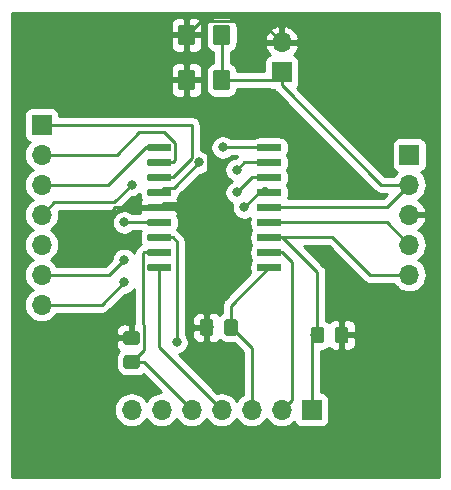
<source format=gbr>
G04 #@! TF.GenerationSoftware,KiCad,Pcbnew,(5.1.4)-1*
G04 #@! TF.CreationDate,2019-11-25T23:53:57+00:00*
G04 #@! TF.ProjectId,KeyPad BCD encoder,4b657950-6164-4204-9243-4420656e636f,rev?*
G04 #@! TF.SameCoordinates,Original*
G04 #@! TF.FileFunction,Copper,L1,Top*
G04 #@! TF.FilePolarity,Positive*
%FSLAX46Y46*%
G04 Gerber Fmt 4.6, Leading zero omitted, Abs format (unit mm)*
G04 Created by KiCad (PCBNEW (5.1.4)-1) date 2019-11-25 23:53:57*
%MOMM*%
%LPD*%
G04 APERTURE LIST*
%ADD10C,0.100000*%
%ADD11C,1.150000*%
%ADD12O,1.700000X1.700000*%
%ADD13R,1.700000X1.700000*%
%ADD14C,0.600000*%
%ADD15C,1.425000*%
%ADD16C,0.800000*%
%ADD17C,0.250000*%
%ADD18C,0.254000*%
G04 APERTURE END LIST*
D10*
G36*
X162274505Y-95821204D02*
G01*
X162298773Y-95824804D01*
X162322572Y-95830765D01*
X162345671Y-95839030D01*
X162367850Y-95849520D01*
X162388893Y-95862132D01*
X162408599Y-95876747D01*
X162426777Y-95893223D01*
X162443253Y-95911401D01*
X162457868Y-95931107D01*
X162470480Y-95952150D01*
X162480970Y-95974329D01*
X162489235Y-95997428D01*
X162495196Y-96021227D01*
X162498796Y-96045495D01*
X162500000Y-96069999D01*
X162500000Y-96970001D01*
X162498796Y-96994505D01*
X162495196Y-97018773D01*
X162489235Y-97042572D01*
X162480970Y-97065671D01*
X162470480Y-97087850D01*
X162457868Y-97108893D01*
X162443253Y-97128599D01*
X162426777Y-97146777D01*
X162408599Y-97163253D01*
X162388893Y-97177868D01*
X162367850Y-97190480D01*
X162345671Y-97200970D01*
X162322572Y-97209235D01*
X162298773Y-97215196D01*
X162274505Y-97218796D01*
X162250001Y-97220000D01*
X161599999Y-97220000D01*
X161575495Y-97218796D01*
X161551227Y-97215196D01*
X161527428Y-97209235D01*
X161504329Y-97200970D01*
X161482150Y-97190480D01*
X161461107Y-97177868D01*
X161441401Y-97163253D01*
X161423223Y-97146777D01*
X161406747Y-97128599D01*
X161392132Y-97108893D01*
X161379520Y-97087850D01*
X161369030Y-97065671D01*
X161360765Y-97042572D01*
X161354804Y-97018773D01*
X161351204Y-96994505D01*
X161350000Y-96970001D01*
X161350000Y-96069999D01*
X161351204Y-96045495D01*
X161354804Y-96021227D01*
X161360765Y-95997428D01*
X161369030Y-95974329D01*
X161379520Y-95952150D01*
X161392132Y-95931107D01*
X161406747Y-95911401D01*
X161423223Y-95893223D01*
X161441401Y-95876747D01*
X161461107Y-95862132D01*
X161482150Y-95849520D01*
X161504329Y-95839030D01*
X161527428Y-95830765D01*
X161551227Y-95824804D01*
X161575495Y-95821204D01*
X161599999Y-95820000D01*
X162250001Y-95820000D01*
X162274505Y-95821204D01*
X162274505Y-95821204D01*
G37*
D11*
X161925000Y-96520000D03*
D10*
G36*
X160224505Y-95821204D02*
G01*
X160248773Y-95824804D01*
X160272572Y-95830765D01*
X160295671Y-95839030D01*
X160317850Y-95849520D01*
X160338893Y-95862132D01*
X160358599Y-95876747D01*
X160376777Y-95893223D01*
X160393253Y-95911401D01*
X160407868Y-95931107D01*
X160420480Y-95952150D01*
X160430970Y-95974329D01*
X160439235Y-95997428D01*
X160445196Y-96021227D01*
X160448796Y-96045495D01*
X160450000Y-96069999D01*
X160450000Y-96970001D01*
X160448796Y-96994505D01*
X160445196Y-97018773D01*
X160439235Y-97042572D01*
X160430970Y-97065671D01*
X160420480Y-97087850D01*
X160407868Y-97108893D01*
X160393253Y-97128599D01*
X160376777Y-97146777D01*
X160358599Y-97163253D01*
X160338893Y-97177868D01*
X160317850Y-97190480D01*
X160295671Y-97200970D01*
X160272572Y-97209235D01*
X160248773Y-97215196D01*
X160224505Y-97218796D01*
X160200001Y-97220000D01*
X159549999Y-97220000D01*
X159525495Y-97218796D01*
X159501227Y-97215196D01*
X159477428Y-97209235D01*
X159454329Y-97200970D01*
X159432150Y-97190480D01*
X159411107Y-97177868D01*
X159391401Y-97163253D01*
X159373223Y-97146777D01*
X159356747Y-97128599D01*
X159342132Y-97108893D01*
X159329520Y-97087850D01*
X159319030Y-97065671D01*
X159310765Y-97042572D01*
X159304804Y-97018773D01*
X159301204Y-96994505D01*
X159300000Y-96970001D01*
X159300000Y-96069999D01*
X159301204Y-96045495D01*
X159304804Y-96021227D01*
X159310765Y-95997428D01*
X159319030Y-95974329D01*
X159329520Y-95952150D01*
X159342132Y-95931107D01*
X159356747Y-95911401D01*
X159373223Y-95893223D01*
X159391401Y-95876747D01*
X159411107Y-95862132D01*
X159432150Y-95849520D01*
X159454329Y-95839030D01*
X159477428Y-95830765D01*
X159501227Y-95824804D01*
X159525495Y-95821204D01*
X159549999Y-95820000D01*
X160200001Y-95820000D01*
X160224505Y-95821204D01*
X160224505Y-95821204D01*
G37*
D11*
X159875000Y-96520000D03*
D10*
G36*
X150844505Y-95186204D02*
G01*
X150868773Y-95189804D01*
X150892572Y-95195765D01*
X150915671Y-95204030D01*
X150937850Y-95214520D01*
X150958893Y-95227132D01*
X150978599Y-95241747D01*
X150996777Y-95258223D01*
X151013253Y-95276401D01*
X151027868Y-95296107D01*
X151040480Y-95317150D01*
X151050970Y-95339329D01*
X151059235Y-95362428D01*
X151065196Y-95386227D01*
X151068796Y-95410495D01*
X151070000Y-95434999D01*
X151070000Y-96335001D01*
X151068796Y-96359505D01*
X151065196Y-96383773D01*
X151059235Y-96407572D01*
X151050970Y-96430671D01*
X151040480Y-96452850D01*
X151027868Y-96473893D01*
X151013253Y-96493599D01*
X150996777Y-96511777D01*
X150978599Y-96528253D01*
X150958893Y-96542868D01*
X150937850Y-96555480D01*
X150915671Y-96565970D01*
X150892572Y-96574235D01*
X150868773Y-96580196D01*
X150844505Y-96583796D01*
X150820001Y-96585000D01*
X150169999Y-96585000D01*
X150145495Y-96583796D01*
X150121227Y-96580196D01*
X150097428Y-96574235D01*
X150074329Y-96565970D01*
X150052150Y-96555480D01*
X150031107Y-96542868D01*
X150011401Y-96528253D01*
X149993223Y-96511777D01*
X149976747Y-96493599D01*
X149962132Y-96473893D01*
X149949520Y-96452850D01*
X149939030Y-96430671D01*
X149930765Y-96407572D01*
X149924804Y-96383773D01*
X149921204Y-96359505D01*
X149920000Y-96335001D01*
X149920000Y-95434999D01*
X149921204Y-95410495D01*
X149924804Y-95386227D01*
X149930765Y-95362428D01*
X149939030Y-95339329D01*
X149949520Y-95317150D01*
X149962132Y-95296107D01*
X149976747Y-95276401D01*
X149993223Y-95258223D01*
X150011401Y-95241747D01*
X150031107Y-95227132D01*
X150052150Y-95214520D01*
X150074329Y-95204030D01*
X150097428Y-95195765D01*
X150121227Y-95189804D01*
X150145495Y-95186204D01*
X150169999Y-95185000D01*
X150820001Y-95185000D01*
X150844505Y-95186204D01*
X150844505Y-95186204D01*
G37*
D11*
X150495000Y-95885000D03*
D10*
G36*
X152894505Y-95186204D02*
G01*
X152918773Y-95189804D01*
X152942572Y-95195765D01*
X152965671Y-95204030D01*
X152987850Y-95214520D01*
X153008893Y-95227132D01*
X153028599Y-95241747D01*
X153046777Y-95258223D01*
X153063253Y-95276401D01*
X153077868Y-95296107D01*
X153090480Y-95317150D01*
X153100970Y-95339329D01*
X153109235Y-95362428D01*
X153115196Y-95386227D01*
X153118796Y-95410495D01*
X153120000Y-95434999D01*
X153120000Y-96335001D01*
X153118796Y-96359505D01*
X153115196Y-96383773D01*
X153109235Y-96407572D01*
X153100970Y-96430671D01*
X153090480Y-96452850D01*
X153077868Y-96473893D01*
X153063253Y-96493599D01*
X153046777Y-96511777D01*
X153028599Y-96528253D01*
X153008893Y-96542868D01*
X152987850Y-96555480D01*
X152965671Y-96565970D01*
X152942572Y-96574235D01*
X152918773Y-96580196D01*
X152894505Y-96583796D01*
X152870001Y-96585000D01*
X152219999Y-96585000D01*
X152195495Y-96583796D01*
X152171227Y-96580196D01*
X152147428Y-96574235D01*
X152124329Y-96565970D01*
X152102150Y-96555480D01*
X152081107Y-96542868D01*
X152061401Y-96528253D01*
X152043223Y-96511777D01*
X152026747Y-96493599D01*
X152012132Y-96473893D01*
X151999520Y-96452850D01*
X151989030Y-96430671D01*
X151980765Y-96407572D01*
X151974804Y-96383773D01*
X151971204Y-96359505D01*
X151970000Y-96335001D01*
X151970000Y-95434999D01*
X151971204Y-95410495D01*
X151974804Y-95386227D01*
X151980765Y-95362428D01*
X151989030Y-95339329D01*
X151999520Y-95317150D01*
X152012132Y-95296107D01*
X152026747Y-95276401D01*
X152043223Y-95258223D01*
X152061401Y-95241747D01*
X152081107Y-95227132D01*
X152102150Y-95214520D01*
X152124329Y-95204030D01*
X152147428Y-95195765D01*
X152171227Y-95189804D01*
X152195495Y-95186204D01*
X152219999Y-95185000D01*
X152870001Y-95185000D01*
X152894505Y-95186204D01*
X152894505Y-95186204D01*
G37*
D11*
X152545000Y-95885000D03*
D10*
G36*
X144619505Y-96191204D02*
G01*
X144643773Y-96194804D01*
X144667572Y-96200765D01*
X144690671Y-96209030D01*
X144712850Y-96219520D01*
X144733893Y-96232132D01*
X144753599Y-96246747D01*
X144771777Y-96263223D01*
X144788253Y-96281401D01*
X144802868Y-96301107D01*
X144815480Y-96322150D01*
X144825970Y-96344329D01*
X144834235Y-96367428D01*
X144840196Y-96391227D01*
X144843796Y-96415495D01*
X144845000Y-96439999D01*
X144845000Y-97090001D01*
X144843796Y-97114505D01*
X144840196Y-97138773D01*
X144834235Y-97162572D01*
X144825970Y-97185671D01*
X144815480Y-97207850D01*
X144802868Y-97228893D01*
X144788253Y-97248599D01*
X144771777Y-97266777D01*
X144753599Y-97283253D01*
X144733893Y-97297868D01*
X144712850Y-97310480D01*
X144690671Y-97320970D01*
X144667572Y-97329235D01*
X144643773Y-97335196D01*
X144619505Y-97338796D01*
X144595001Y-97340000D01*
X143694999Y-97340000D01*
X143670495Y-97338796D01*
X143646227Y-97335196D01*
X143622428Y-97329235D01*
X143599329Y-97320970D01*
X143577150Y-97310480D01*
X143556107Y-97297868D01*
X143536401Y-97283253D01*
X143518223Y-97266777D01*
X143501747Y-97248599D01*
X143487132Y-97228893D01*
X143474520Y-97207850D01*
X143464030Y-97185671D01*
X143455765Y-97162572D01*
X143449804Y-97138773D01*
X143446204Y-97114505D01*
X143445000Y-97090001D01*
X143445000Y-96439999D01*
X143446204Y-96415495D01*
X143449804Y-96391227D01*
X143455765Y-96367428D01*
X143464030Y-96344329D01*
X143474520Y-96322150D01*
X143487132Y-96301107D01*
X143501747Y-96281401D01*
X143518223Y-96263223D01*
X143536401Y-96246747D01*
X143556107Y-96232132D01*
X143577150Y-96219520D01*
X143599329Y-96209030D01*
X143622428Y-96200765D01*
X143646227Y-96194804D01*
X143670495Y-96191204D01*
X143694999Y-96190000D01*
X144595001Y-96190000D01*
X144619505Y-96191204D01*
X144619505Y-96191204D01*
G37*
D11*
X144145000Y-96765000D03*
D10*
G36*
X144619505Y-98241204D02*
G01*
X144643773Y-98244804D01*
X144667572Y-98250765D01*
X144690671Y-98259030D01*
X144712850Y-98269520D01*
X144733893Y-98282132D01*
X144753599Y-98296747D01*
X144771777Y-98313223D01*
X144788253Y-98331401D01*
X144802868Y-98351107D01*
X144815480Y-98372150D01*
X144825970Y-98394329D01*
X144834235Y-98417428D01*
X144840196Y-98441227D01*
X144843796Y-98465495D01*
X144845000Y-98489999D01*
X144845000Y-99140001D01*
X144843796Y-99164505D01*
X144840196Y-99188773D01*
X144834235Y-99212572D01*
X144825970Y-99235671D01*
X144815480Y-99257850D01*
X144802868Y-99278893D01*
X144788253Y-99298599D01*
X144771777Y-99316777D01*
X144753599Y-99333253D01*
X144733893Y-99347868D01*
X144712850Y-99360480D01*
X144690671Y-99370970D01*
X144667572Y-99379235D01*
X144643773Y-99385196D01*
X144619505Y-99388796D01*
X144595001Y-99390000D01*
X143694999Y-99390000D01*
X143670495Y-99388796D01*
X143646227Y-99385196D01*
X143622428Y-99379235D01*
X143599329Y-99370970D01*
X143577150Y-99360480D01*
X143556107Y-99347868D01*
X143536401Y-99333253D01*
X143518223Y-99316777D01*
X143501747Y-99298599D01*
X143487132Y-99278893D01*
X143474520Y-99257850D01*
X143464030Y-99235671D01*
X143455765Y-99212572D01*
X143449804Y-99188773D01*
X143446204Y-99164505D01*
X143445000Y-99140001D01*
X143445000Y-98489999D01*
X143446204Y-98465495D01*
X143449804Y-98441227D01*
X143455765Y-98417428D01*
X143464030Y-98394329D01*
X143474520Y-98372150D01*
X143487132Y-98351107D01*
X143501747Y-98331401D01*
X143518223Y-98313223D01*
X143536401Y-98296747D01*
X143556107Y-98282132D01*
X143577150Y-98269520D01*
X143599329Y-98259030D01*
X143622428Y-98250765D01*
X143646227Y-98244804D01*
X143670495Y-98241204D01*
X143694999Y-98240000D01*
X144595001Y-98240000D01*
X144619505Y-98241204D01*
X144619505Y-98241204D01*
G37*
D11*
X144145000Y-98815000D03*
D12*
X156845000Y-71755000D03*
D13*
X156845000Y-74295000D03*
D12*
X167640000Y-91440000D03*
X167640000Y-88900000D03*
X167640000Y-86360000D03*
X167640000Y-83820000D03*
D13*
X167640000Y-81280000D03*
D12*
X144145000Y-102870000D03*
X146685000Y-102870000D03*
X149225000Y-102870000D03*
X151765000Y-102870000D03*
X154305000Y-102870000D03*
X156845000Y-102870000D03*
D13*
X159385000Y-102870000D03*
D12*
X136525000Y-93980000D03*
X136525000Y-91440000D03*
X136525000Y-88900000D03*
X136525000Y-86360000D03*
X136525000Y-83820000D03*
X136525000Y-81280000D03*
D13*
X136525000Y-78740000D03*
D10*
G36*
X156669703Y-80345722D02*
G01*
X156684264Y-80347882D01*
X156698543Y-80351459D01*
X156712403Y-80356418D01*
X156725710Y-80362712D01*
X156738336Y-80370280D01*
X156750159Y-80379048D01*
X156761066Y-80388934D01*
X156770952Y-80399841D01*
X156779720Y-80411664D01*
X156787288Y-80424290D01*
X156793582Y-80437597D01*
X156798541Y-80451457D01*
X156802118Y-80465736D01*
X156804278Y-80480297D01*
X156805000Y-80495000D01*
X156805000Y-80795000D01*
X156804278Y-80809703D01*
X156802118Y-80824264D01*
X156798541Y-80838543D01*
X156793582Y-80852403D01*
X156787288Y-80865710D01*
X156779720Y-80878336D01*
X156770952Y-80890159D01*
X156761066Y-80901066D01*
X156750159Y-80910952D01*
X156738336Y-80919720D01*
X156725710Y-80927288D01*
X156712403Y-80933582D01*
X156698543Y-80938541D01*
X156684264Y-80942118D01*
X156669703Y-80944278D01*
X156655000Y-80945000D01*
X154905000Y-80945000D01*
X154890297Y-80944278D01*
X154875736Y-80942118D01*
X154861457Y-80938541D01*
X154847597Y-80933582D01*
X154834290Y-80927288D01*
X154821664Y-80919720D01*
X154809841Y-80910952D01*
X154798934Y-80901066D01*
X154789048Y-80890159D01*
X154780280Y-80878336D01*
X154772712Y-80865710D01*
X154766418Y-80852403D01*
X154761459Y-80838543D01*
X154757882Y-80824264D01*
X154755722Y-80809703D01*
X154755000Y-80795000D01*
X154755000Y-80495000D01*
X154755722Y-80480297D01*
X154757882Y-80465736D01*
X154761459Y-80451457D01*
X154766418Y-80437597D01*
X154772712Y-80424290D01*
X154780280Y-80411664D01*
X154789048Y-80399841D01*
X154798934Y-80388934D01*
X154809841Y-80379048D01*
X154821664Y-80370280D01*
X154834290Y-80362712D01*
X154847597Y-80356418D01*
X154861457Y-80351459D01*
X154875736Y-80347882D01*
X154890297Y-80345722D01*
X154905000Y-80345000D01*
X156655000Y-80345000D01*
X156669703Y-80345722D01*
X156669703Y-80345722D01*
G37*
D14*
X155780000Y-80645000D03*
D10*
G36*
X156669703Y-81615722D02*
G01*
X156684264Y-81617882D01*
X156698543Y-81621459D01*
X156712403Y-81626418D01*
X156725710Y-81632712D01*
X156738336Y-81640280D01*
X156750159Y-81649048D01*
X156761066Y-81658934D01*
X156770952Y-81669841D01*
X156779720Y-81681664D01*
X156787288Y-81694290D01*
X156793582Y-81707597D01*
X156798541Y-81721457D01*
X156802118Y-81735736D01*
X156804278Y-81750297D01*
X156805000Y-81765000D01*
X156805000Y-82065000D01*
X156804278Y-82079703D01*
X156802118Y-82094264D01*
X156798541Y-82108543D01*
X156793582Y-82122403D01*
X156787288Y-82135710D01*
X156779720Y-82148336D01*
X156770952Y-82160159D01*
X156761066Y-82171066D01*
X156750159Y-82180952D01*
X156738336Y-82189720D01*
X156725710Y-82197288D01*
X156712403Y-82203582D01*
X156698543Y-82208541D01*
X156684264Y-82212118D01*
X156669703Y-82214278D01*
X156655000Y-82215000D01*
X154905000Y-82215000D01*
X154890297Y-82214278D01*
X154875736Y-82212118D01*
X154861457Y-82208541D01*
X154847597Y-82203582D01*
X154834290Y-82197288D01*
X154821664Y-82189720D01*
X154809841Y-82180952D01*
X154798934Y-82171066D01*
X154789048Y-82160159D01*
X154780280Y-82148336D01*
X154772712Y-82135710D01*
X154766418Y-82122403D01*
X154761459Y-82108543D01*
X154757882Y-82094264D01*
X154755722Y-82079703D01*
X154755000Y-82065000D01*
X154755000Y-81765000D01*
X154755722Y-81750297D01*
X154757882Y-81735736D01*
X154761459Y-81721457D01*
X154766418Y-81707597D01*
X154772712Y-81694290D01*
X154780280Y-81681664D01*
X154789048Y-81669841D01*
X154798934Y-81658934D01*
X154809841Y-81649048D01*
X154821664Y-81640280D01*
X154834290Y-81632712D01*
X154847597Y-81626418D01*
X154861457Y-81621459D01*
X154875736Y-81617882D01*
X154890297Y-81615722D01*
X154905000Y-81615000D01*
X156655000Y-81615000D01*
X156669703Y-81615722D01*
X156669703Y-81615722D01*
G37*
D14*
X155780000Y-81915000D03*
D10*
G36*
X156669703Y-82885722D02*
G01*
X156684264Y-82887882D01*
X156698543Y-82891459D01*
X156712403Y-82896418D01*
X156725710Y-82902712D01*
X156738336Y-82910280D01*
X156750159Y-82919048D01*
X156761066Y-82928934D01*
X156770952Y-82939841D01*
X156779720Y-82951664D01*
X156787288Y-82964290D01*
X156793582Y-82977597D01*
X156798541Y-82991457D01*
X156802118Y-83005736D01*
X156804278Y-83020297D01*
X156805000Y-83035000D01*
X156805000Y-83335000D01*
X156804278Y-83349703D01*
X156802118Y-83364264D01*
X156798541Y-83378543D01*
X156793582Y-83392403D01*
X156787288Y-83405710D01*
X156779720Y-83418336D01*
X156770952Y-83430159D01*
X156761066Y-83441066D01*
X156750159Y-83450952D01*
X156738336Y-83459720D01*
X156725710Y-83467288D01*
X156712403Y-83473582D01*
X156698543Y-83478541D01*
X156684264Y-83482118D01*
X156669703Y-83484278D01*
X156655000Y-83485000D01*
X154905000Y-83485000D01*
X154890297Y-83484278D01*
X154875736Y-83482118D01*
X154861457Y-83478541D01*
X154847597Y-83473582D01*
X154834290Y-83467288D01*
X154821664Y-83459720D01*
X154809841Y-83450952D01*
X154798934Y-83441066D01*
X154789048Y-83430159D01*
X154780280Y-83418336D01*
X154772712Y-83405710D01*
X154766418Y-83392403D01*
X154761459Y-83378543D01*
X154757882Y-83364264D01*
X154755722Y-83349703D01*
X154755000Y-83335000D01*
X154755000Y-83035000D01*
X154755722Y-83020297D01*
X154757882Y-83005736D01*
X154761459Y-82991457D01*
X154766418Y-82977597D01*
X154772712Y-82964290D01*
X154780280Y-82951664D01*
X154789048Y-82939841D01*
X154798934Y-82928934D01*
X154809841Y-82919048D01*
X154821664Y-82910280D01*
X154834290Y-82902712D01*
X154847597Y-82896418D01*
X154861457Y-82891459D01*
X154875736Y-82887882D01*
X154890297Y-82885722D01*
X154905000Y-82885000D01*
X156655000Y-82885000D01*
X156669703Y-82885722D01*
X156669703Y-82885722D01*
G37*
D14*
X155780000Y-83185000D03*
D10*
G36*
X156669703Y-84155722D02*
G01*
X156684264Y-84157882D01*
X156698543Y-84161459D01*
X156712403Y-84166418D01*
X156725710Y-84172712D01*
X156738336Y-84180280D01*
X156750159Y-84189048D01*
X156761066Y-84198934D01*
X156770952Y-84209841D01*
X156779720Y-84221664D01*
X156787288Y-84234290D01*
X156793582Y-84247597D01*
X156798541Y-84261457D01*
X156802118Y-84275736D01*
X156804278Y-84290297D01*
X156805000Y-84305000D01*
X156805000Y-84605000D01*
X156804278Y-84619703D01*
X156802118Y-84634264D01*
X156798541Y-84648543D01*
X156793582Y-84662403D01*
X156787288Y-84675710D01*
X156779720Y-84688336D01*
X156770952Y-84700159D01*
X156761066Y-84711066D01*
X156750159Y-84720952D01*
X156738336Y-84729720D01*
X156725710Y-84737288D01*
X156712403Y-84743582D01*
X156698543Y-84748541D01*
X156684264Y-84752118D01*
X156669703Y-84754278D01*
X156655000Y-84755000D01*
X154905000Y-84755000D01*
X154890297Y-84754278D01*
X154875736Y-84752118D01*
X154861457Y-84748541D01*
X154847597Y-84743582D01*
X154834290Y-84737288D01*
X154821664Y-84729720D01*
X154809841Y-84720952D01*
X154798934Y-84711066D01*
X154789048Y-84700159D01*
X154780280Y-84688336D01*
X154772712Y-84675710D01*
X154766418Y-84662403D01*
X154761459Y-84648543D01*
X154757882Y-84634264D01*
X154755722Y-84619703D01*
X154755000Y-84605000D01*
X154755000Y-84305000D01*
X154755722Y-84290297D01*
X154757882Y-84275736D01*
X154761459Y-84261457D01*
X154766418Y-84247597D01*
X154772712Y-84234290D01*
X154780280Y-84221664D01*
X154789048Y-84209841D01*
X154798934Y-84198934D01*
X154809841Y-84189048D01*
X154821664Y-84180280D01*
X154834290Y-84172712D01*
X154847597Y-84166418D01*
X154861457Y-84161459D01*
X154875736Y-84157882D01*
X154890297Y-84155722D01*
X154905000Y-84155000D01*
X156655000Y-84155000D01*
X156669703Y-84155722D01*
X156669703Y-84155722D01*
G37*
D14*
X155780000Y-84455000D03*
D10*
G36*
X156669703Y-85425722D02*
G01*
X156684264Y-85427882D01*
X156698543Y-85431459D01*
X156712403Y-85436418D01*
X156725710Y-85442712D01*
X156738336Y-85450280D01*
X156750159Y-85459048D01*
X156761066Y-85468934D01*
X156770952Y-85479841D01*
X156779720Y-85491664D01*
X156787288Y-85504290D01*
X156793582Y-85517597D01*
X156798541Y-85531457D01*
X156802118Y-85545736D01*
X156804278Y-85560297D01*
X156805000Y-85575000D01*
X156805000Y-85875000D01*
X156804278Y-85889703D01*
X156802118Y-85904264D01*
X156798541Y-85918543D01*
X156793582Y-85932403D01*
X156787288Y-85945710D01*
X156779720Y-85958336D01*
X156770952Y-85970159D01*
X156761066Y-85981066D01*
X156750159Y-85990952D01*
X156738336Y-85999720D01*
X156725710Y-86007288D01*
X156712403Y-86013582D01*
X156698543Y-86018541D01*
X156684264Y-86022118D01*
X156669703Y-86024278D01*
X156655000Y-86025000D01*
X154905000Y-86025000D01*
X154890297Y-86024278D01*
X154875736Y-86022118D01*
X154861457Y-86018541D01*
X154847597Y-86013582D01*
X154834290Y-86007288D01*
X154821664Y-85999720D01*
X154809841Y-85990952D01*
X154798934Y-85981066D01*
X154789048Y-85970159D01*
X154780280Y-85958336D01*
X154772712Y-85945710D01*
X154766418Y-85932403D01*
X154761459Y-85918543D01*
X154757882Y-85904264D01*
X154755722Y-85889703D01*
X154755000Y-85875000D01*
X154755000Y-85575000D01*
X154755722Y-85560297D01*
X154757882Y-85545736D01*
X154761459Y-85531457D01*
X154766418Y-85517597D01*
X154772712Y-85504290D01*
X154780280Y-85491664D01*
X154789048Y-85479841D01*
X154798934Y-85468934D01*
X154809841Y-85459048D01*
X154821664Y-85450280D01*
X154834290Y-85442712D01*
X154847597Y-85436418D01*
X154861457Y-85431459D01*
X154875736Y-85427882D01*
X154890297Y-85425722D01*
X154905000Y-85425000D01*
X156655000Y-85425000D01*
X156669703Y-85425722D01*
X156669703Y-85425722D01*
G37*
D14*
X155780000Y-85725000D03*
D10*
G36*
X156669703Y-86695722D02*
G01*
X156684264Y-86697882D01*
X156698543Y-86701459D01*
X156712403Y-86706418D01*
X156725710Y-86712712D01*
X156738336Y-86720280D01*
X156750159Y-86729048D01*
X156761066Y-86738934D01*
X156770952Y-86749841D01*
X156779720Y-86761664D01*
X156787288Y-86774290D01*
X156793582Y-86787597D01*
X156798541Y-86801457D01*
X156802118Y-86815736D01*
X156804278Y-86830297D01*
X156805000Y-86845000D01*
X156805000Y-87145000D01*
X156804278Y-87159703D01*
X156802118Y-87174264D01*
X156798541Y-87188543D01*
X156793582Y-87202403D01*
X156787288Y-87215710D01*
X156779720Y-87228336D01*
X156770952Y-87240159D01*
X156761066Y-87251066D01*
X156750159Y-87260952D01*
X156738336Y-87269720D01*
X156725710Y-87277288D01*
X156712403Y-87283582D01*
X156698543Y-87288541D01*
X156684264Y-87292118D01*
X156669703Y-87294278D01*
X156655000Y-87295000D01*
X154905000Y-87295000D01*
X154890297Y-87294278D01*
X154875736Y-87292118D01*
X154861457Y-87288541D01*
X154847597Y-87283582D01*
X154834290Y-87277288D01*
X154821664Y-87269720D01*
X154809841Y-87260952D01*
X154798934Y-87251066D01*
X154789048Y-87240159D01*
X154780280Y-87228336D01*
X154772712Y-87215710D01*
X154766418Y-87202403D01*
X154761459Y-87188543D01*
X154757882Y-87174264D01*
X154755722Y-87159703D01*
X154755000Y-87145000D01*
X154755000Y-86845000D01*
X154755722Y-86830297D01*
X154757882Y-86815736D01*
X154761459Y-86801457D01*
X154766418Y-86787597D01*
X154772712Y-86774290D01*
X154780280Y-86761664D01*
X154789048Y-86749841D01*
X154798934Y-86738934D01*
X154809841Y-86729048D01*
X154821664Y-86720280D01*
X154834290Y-86712712D01*
X154847597Y-86706418D01*
X154861457Y-86701459D01*
X154875736Y-86697882D01*
X154890297Y-86695722D01*
X154905000Y-86695000D01*
X156655000Y-86695000D01*
X156669703Y-86695722D01*
X156669703Y-86695722D01*
G37*
D14*
X155780000Y-86995000D03*
D10*
G36*
X156669703Y-87965722D02*
G01*
X156684264Y-87967882D01*
X156698543Y-87971459D01*
X156712403Y-87976418D01*
X156725710Y-87982712D01*
X156738336Y-87990280D01*
X156750159Y-87999048D01*
X156761066Y-88008934D01*
X156770952Y-88019841D01*
X156779720Y-88031664D01*
X156787288Y-88044290D01*
X156793582Y-88057597D01*
X156798541Y-88071457D01*
X156802118Y-88085736D01*
X156804278Y-88100297D01*
X156805000Y-88115000D01*
X156805000Y-88415000D01*
X156804278Y-88429703D01*
X156802118Y-88444264D01*
X156798541Y-88458543D01*
X156793582Y-88472403D01*
X156787288Y-88485710D01*
X156779720Y-88498336D01*
X156770952Y-88510159D01*
X156761066Y-88521066D01*
X156750159Y-88530952D01*
X156738336Y-88539720D01*
X156725710Y-88547288D01*
X156712403Y-88553582D01*
X156698543Y-88558541D01*
X156684264Y-88562118D01*
X156669703Y-88564278D01*
X156655000Y-88565000D01*
X154905000Y-88565000D01*
X154890297Y-88564278D01*
X154875736Y-88562118D01*
X154861457Y-88558541D01*
X154847597Y-88553582D01*
X154834290Y-88547288D01*
X154821664Y-88539720D01*
X154809841Y-88530952D01*
X154798934Y-88521066D01*
X154789048Y-88510159D01*
X154780280Y-88498336D01*
X154772712Y-88485710D01*
X154766418Y-88472403D01*
X154761459Y-88458543D01*
X154757882Y-88444264D01*
X154755722Y-88429703D01*
X154755000Y-88415000D01*
X154755000Y-88115000D01*
X154755722Y-88100297D01*
X154757882Y-88085736D01*
X154761459Y-88071457D01*
X154766418Y-88057597D01*
X154772712Y-88044290D01*
X154780280Y-88031664D01*
X154789048Y-88019841D01*
X154798934Y-88008934D01*
X154809841Y-87999048D01*
X154821664Y-87990280D01*
X154834290Y-87982712D01*
X154847597Y-87976418D01*
X154861457Y-87971459D01*
X154875736Y-87967882D01*
X154890297Y-87965722D01*
X154905000Y-87965000D01*
X156655000Y-87965000D01*
X156669703Y-87965722D01*
X156669703Y-87965722D01*
G37*
D14*
X155780000Y-88265000D03*
D10*
G36*
X156669703Y-89235722D02*
G01*
X156684264Y-89237882D01*
X156698543Y-89241459D01*
X156712403Y-89246418D01*
X156725710Y-89252712D01*
X156738336Y-89260280D01*
X156750159Y-89269048D01*
X156761066Y-89278934D01*
X156770952Y-89289841D01*
X156779720Y-89301664D01*
X156787288Y-89314290D01*
X156793582Y-89327597D01*
X156798541Y-89341457D01*
X156802118Y-89355736D01*
X156804278Y-89370297D01*
X156805000Y-89385000D01*
X156805000Y-89685000D01*
X156804278Y-89699703D01*
X156802118Y-89714264D01*
X156798541Y-89728543D01*
X156793582Y-89742403D01*
X156787288Y-89755710D01*
X156779720Y-89768336D01*
X156770952Y-89780159D01*
X156761066Y-89791066D01*
X156750159Y-89800952D01*
X156738336Y-89809720D01*
X156725710Y-89817288D01*
X156712403Y-89823582D01*
X156698543Y-89828541D01*
X156684264Y-89832118D01*
X156669703Y-89834278D01*
X156655000Y-89835000D01*
X154905000Y-89835000D01*
X154890297Y-89834278D01*
X154875736Y-89832118D01*
X154861457Y-89828541D01*
X154847597Y-89823582D01*
X154834290Y-89817288D01*
X154821664Y-89809720D01*
X154809841Y-89800952D01*
X154798934Y-89791066D01*
X154789048Y-89780159D01*
X154780280Y-89768336D01*
X154772712Y-89755710D01*
X154766418Y-89742403D01*
X154761459Y-89728543D01*
X154757882Y-89714264D01*
X154755722Y-89699703D01*
X154755000Y-89685000D01*
X154755000Y-89385000D01*
X154755722Y-89370297D01*
X154757882Y-89355736D01*
X154761459Y-89341457D01*
X154766418Y-89327597D01*
X154772712Y-89314290D01*
X154780280Y-89301664D01*
X154789048Y-89289841D01*
X154798934Y-89278934D01*
X154809841Y-89269048D01*
X154821664Y-89260280D01*
X154834290Y-89252712D01*
X154847597Y-89246418D01*
X154861457Y-89241459D01*
X154875736Y-89237882D01*
X154890297Y-89235722D01*
X154905000Y-89235000D01*
X156655000Y-89235000D01*
X156669703Y-89235722D01*
X156669703Y-89235722D01*
G37*
D14*
X155780000Y-89535000D03*
D10*
G36*
X156669703Y-90505722D02*
G01*
X156684264Y-90507882D01*
X156698543Y-90511459D01*
X156712403Y-90516418D01*
X156725710Y-90522712D01*
X156738336Y-90530280D01*
X156750159Y-90539048D01*
X156761066Y-90548934D01*
X156770952Y-90559841D01*
X156779720Y-90571664D01*
X156787288Y-90584290D01*
X156793582Y-90597597D01*
X156798541Y-90611457D01*
X156802118Y-90625736D01*
X156804278Y-90640297D01*
X156805000Y-90655000D01*
X156805000Y-90955000D01*
X156804278Y-90969703D01*
X156802118Y-90984264D01*
X156798541Y-90998543D01*
X156793582Y-91012403D01*
X156787288Y-91025710D01*
X156779720Y-91038336D01*
X156770952Y-91050159D01*
X156761066Y-91061066D01*
X156750159Y-91070952D01*
X156738336Y-91079720D01*
X156725710Y-91087288D01*
X156712403Y-91093582D01*
X156698543Y-91098541D01*
X156684264Y-91102118D01*
X156669703Y-91104278D01*
X156655000Y-91105000D01*
X154905000Y-91105000D01*
X154890297Y-91104278D01*
X154875736Y-91102118D01*
X154861457Y-91098541D01*
X154847597Y-91093582D01*
X154834290Y-91087288D01*
X154821664Y-91079720D01*
X154809841Y-91070952D01*
X154798934Y-91061066D01*
X154789048Y-91050159D01*
X154780280Y-91038336D01*
X154772712Y-91025710D01*
X154766418Y-91012403D01*
X154761459Y-90998543D01*
X154757882Y-90984264D01*
X154755722Y-90969703D01*
X154755000Y-90955000D01*
X154755000Y-90655000D01*
X154755722Y-90640297D01*
X154757882Y-90625736D01*
X154761459Y-90611457D01*
X154766418Y-90597597D01*
X154772712Y-90584290D01*
X154780280Y-90571664D01*
X154789048Y-90559841D01*
X154798934Y-90548934D01*
X154809841Y-90539048D01*
X154821664Y-90530280D01*
X154834290Y-90522712D01*
X154847597Y-90516418D01*
X154861457Y-90511459D01*
X154875736Y-90507882D01*
X154890297Y-90505722D01*
X154905000Y-90505000D01*
X156655000Y-90505000D01*
X156669703Y-90505722D01*
X156669703Y-90505722D01*
G37*
D14*
X155780000Y-90805000D03*
D10*
G36*
X147369703Y-90505722D02*
G01*
X147384264Y-90507882D01*
X147398543Y-90511459D01*
X147412403Y-90516418D01*
X147425710Y-90522712D01*
X147438336Y-90530280D01*
X147450159Y-90539048D01*
X147461066Y-90548934D01*
X147470952Y-90559841D01*
X147479720Y-90571664D01*
X147487288Y-90584290D01*
X147493582Y-90597597D01*
X147498541Y-90611457D01*
X147502118Y-90625736D01*
X147504278Y-90640297D01*
X147505000Y-90655000D01*
X147505000Y-90955000D01*
X147504278Y-90969703D01*
X147502118Y-90984264D01*
X147498541Y-90998543D01*
X147493582Y-91012403D01*
X147487288Y-91025710D01*
X147479720Y-91038336D01*
X147470952Y-91050159D01*
X147461066Y-91061066D01*
X147450159Y-91070952D01*
X147438336Y-91079720D01*
X147425710Y-91087288D01*
X147412403Y-91093582D01*
X147398543Y-91098541D01*
X147384264Y-91102118D01*
X147369703Y-91104278D01*
X147355000Y-91105000D01*
X145605000Y-91105000D01*
X145590297Y-91104278D01*
X145575736Y-91102118D01*
X145561457Y-91098541D01*
X145547597Y-91093582D01*
X145534290Y-91087288D01*
X145521664Y-91079720D01*
X145509841Y-91070952D01*
X145498934Y-91061066D01*
X145489048Y-91050159D01*
X145480280Y-91038336D01*
X145472712Y-91025710D01*
X145466418Y-91012403D01*
X145461459Y-90998543D01*
X145457882Y-90984264D01*
X145455722Y-90969703D01*
X145455000Y-90955000D01*
X145455000Y-90655000D01*
X145455722Y-90640297D01*
X145457882Y-90625736D01*
X145461459Y-90611457D01*
X145466418Y-90597597D01*
X145472712Y-90584290D01*
X145480280Y-90571664D01*
X145489048Y-90559841D01*
X145498934Y-90548934D01*
X145509841Y-90539048D01*
X145521664Y-90530280D01*
X145534290Y-90522712D01*
X145547597Y-90516418D01*
X145561457Y-90511459D01*
X145575736Y-90507882D01*
X145590297Y-90505722D01*
X145605000Y-90505000D01*
X147355000Y-90505000D01*
X147369703Y-90505722D01*
X147369703Y-90505722D01*
G37*
D14*
X146480000Y-90805000D03*
D10*
G36*
X147369703Y-89235722D02*
G01*
X147384264Y-89237882D01*
X147398543Y-89241459D01*
X147412403Y-89246418D01*
X147425710Y-89252712D01*
X147438336Y-89260280D01*
X147450159Y-89269048D01*
X147461066Y-89278934D01*
X147470952Y-89289841D01*
X147479720Y-89301664D01*
X147487288Y-89314290D01*
X147493582Y-89327597D01*
X147498541Y-89341457D01*
X147502118Y-89355736D01*
X147504278Y-89370297D01*
X147505000Y-89385000D01*
X147505000Y-89685000D01*
X147504278Y-89699703D01*
X147502118Y-89714264D01*
X147498541Y-89728543D01*
X147493582Y-89742403D01*
X147487288Y-89755710D01*
X147479720Y-89768336D01*
X147470952Y-89780159D01*
X147461066Y-89791066D01*
X147450159Y-89800952D01*
X147438336Y-89809720D01*
X147425710Y-89817288D01*
X147412403Y-89823582D01*
X147398543Y-89828541D01*
X147384264Y-89832118D01*
X147369703Y-89834278D01*
X147355000Y-89835000D01*
X145605000Y-89835000D01*
X145590297Y-89834278D01*
X145575736Y-89832118D01*
X145561457Y-89828541D01*
X145547597Y-89823582D01*
X145534290Y-89817288D01*
X145521664Y-89809720D01*
X145509841Y-89800952D01*
X145498934Y-89791066D01*
X145489048Y-89780159D01*
X145480280Y-89768336D01*
X145472712Y-89755710D01*
X145466418Y-89742403D01*
X145461459Y-89728543D01*
X145457882Y-89714264D01*
X145455722Y-89699703D01*
X145455000Y-89685000D01*
X145455000Y-89385000D01*
X145455722Y-89370297D01*
X145457882Y-89355736D01*
X145461459Y-89341457D01*
X145466418Y-89327597D01*
X145472712Y-89314290D01*
X145480280Y-89301664D01*
X145489048Y-89289841D01*
X145498934Y-89278934D01*
X145509841Y-89269048D01*
X145521664Y-89260280D01*
X145534290Y-89252712D01*
X145547597Y-89246418D01*
X145561457Y-89241459D01*
X145575736Y-89237882D01*
X145590297Y-89235722D01*
X145605000Y-89235000D01*
X147355000Y-89235000D01*
X147369703Y-89235722D01*
X147369703Y-89235722D01*
G37*
D14*
X146480000Y-89535000D03*
D10*
G36*
X147369703Y-87965722D02*
G01*
X147384264Y-87967882D01*
X147398543Y-87971459D01*
X147412403Y-87976418D01*
X147425710Y-87982712D01*
X147438336Y-87990280D01*
X147450159Y-87999048D01*
X147461066Y-88008934D01*
X147470952Y-88019841D01*
X147479720Y-88031664D01*
X147487288Y-88044290D01*
X147493582Y-88057597D01*
X147498541Y-88071457D01*
X147502118Y-88085736D01*
X147504278Y-88100297D01*
X147505000Y-88115000D01*
X147505000Y-88415000D01*
X147504278Y-88429703D01*
X147502118Y-88444264D01*
X147498541Y-88458543D01*
X147493582Y-88472403D01*
X147487288Y-88485710D01*
X147479720Y-88498336D01*
X147470952Y-88510159D01*
X147461066Y-88521066D01*
X147450159Y-88530952D01*
X147438336Y-88539720D01*
X147425710Y-88547288D01*
X147412403Y-88553582D01*
X147398543Y-88558541D01*
X147384264Y-88562118D01*
X147369703Y-88564278D01*
X147355000Y-88565000D01*
X145605000Y-88565000D01*
X145590297Y-88564278D01*
X145575736Y-88562118D01*
X145561457Y-88558541D01*
X145547597Y-88553582D01*
X145534290Y-88547288D01*
X145521664Y-88539720D01*
X145509841Y-88530952D01*
X145498934Y-88521066D01*
X145489048Y-88510159D01*
X145480280Y-88498336D01*
X145472712Y-88485710D01*
X145466418Y-88472403D01*
X145461459Y-88458543D01*
X145457882Y-88444264D01*
X145455722Y-88429703D01*
X145455000Y-88415000D01*
X145455000Y-88115000D01*
X145455722Y-88100297D01*
X145457882Y-88085736D01*
X145461459Y-88071457D01*
X145466418Y-88057597D01*
X145472712Y-88044290D01*
X145480280Y-88031664D01*
X145489048Y-88019841D01*
X145498934Y-88008934D01*
X145509841Y-87999048D01*
X145521664Y-87990280D01*
X145534290Y-87982712D01*
X145547597Y-87976418D01*
X145561457Y-87971459D01*
X145575736Y-87967882D01*
X145590297Y-87965722D01*
X145605000Y-87965000D01*
X147355000Y-87965000D01*
X147369703Y-87965722D01*
X147369703Y-87965722D01*
G37*
D14*
X146480000Y-88265000D03*
D10*
G36*
X147369703Y-86695722D02*
G01*
X147384264Y-86697882D01*
X147398543Y-86701459D01*
X147412403Y-86706418D01*
X147425710Y-86712712D01*
X147438336Y-86720280D01*
X147450159Y-86729048D01*
X147461066Y-86738934D01*
X147470952Y-86749841D01*
X147479720Y-86761664D01*
X147487288Y-86774290D01*
X147493582Y-86787597D01*
X147498541Y-86801457D01*
X147502118Y-86815736D01*
X147504278Y-86830297D01*
X147505000Y-86845000D01*
X147505000Y-87145000D01*
X147504278Y-87159703D01*
X147502118Y-87174264D01*
X147498541Y-87188543D01*
X147493582Y-87202403D01*
X147487288Y-87215710D01*
X147479720Y-87228336D01*
X147470952Y-87240159D01*
X147461066Y-87251066D01*
X147450159Y-87260952D01*
X147438336Y-87269720D01*
X147425710Y-87277288D01*
X147412403Y-87283582D01*
X147398543Y-87288541D01*
X147384264Y-87292118D01*
X147369703Y-87294278D01*
X147355000Y-87295000D01*
X145605000Y-87295000D01*
X145590297Y-87294278D01*
X145575736Y-87292118D01*
X145561457Y-87288541D01*
X145547597Y-87283582D01*
X145534290Y-87277288D01*
X145521664Y-87269720D01*
X145509841Y-87260952D01*
X145498934Y-87251066D01*
X145489048Y-87240159D01*
X145480280Y-87228336D01*
X145472712Y-87215710D01*
X145466418Y-87202403D01*
X145461459Y-87188543D01*
X145457882Y-87174264D01*
X145455722Y-87159703D01*
X145455000Y-87145000D01*
X145455000Y-86845000D01*
X145455722Y-86830297D01*
X145457882Y-86815736D01*
X145461459Y-86801457D01*
X145466418Y-86787597D01*
X145472712Y-86774290D01*
X145480280Y-86761664D01*
X145489048Y-86749841D01*
X145498934Y-86738934D01*
X145509841Y-86729048D01*
X145521664Y-86720280D01*
X145534290Y-86712712D01*
X145547597Y-86706418D01*
X145561457Y-86701459D01*
X145575736Y-86697882D01*
X145590297Y-86695722D01*
X145605000Y-86695000D01*
X147355000Y-86695000D01*
X147369703Y-86695722D01*
X147369703Y-86695722D01*
G37*
D14*
X146480000Y-86995000D03*
D10*
G36*
X147369703Y-85425722D02*
G01*
X147384264Y-85427882D01*
X147398543Y-85431459D01*
X147412403Y-85436418D01*
X147425710Y-85442712D01*
X147438336Y-85450280D01*
X147450159Y-85459048D01*
X147461066Y-85468934D01*
X147470952Y-85479841D01*
X147479720Y-85491664D01*
X147487288Y-85504290D01*
X147493582Y-85517597D01*
X147498541Y-85531457D01*
X147502118Y-85545736D01*
X147504278Y-85560297D01*
X147505000Y-85575000D01*
X147505000Y-85875000D01*
X147504278Y-85889703D01*
X147502118Y-85904264D01*
X147498541Y-85918543D01*
X147493582Y-85932403D01*
X147487288Y-85945710D01*
X147479720Y-85958336D01*
X147470952Y-85970159D01*
X147461066Y-85981066D01*
X147450159Y-85990952D01*
X147438336Y-85999720D01*
X147425710Y-86007288D01*
X147412403Y-86013582D01*
X147398543Y-86018541D01*
X147384264Y-86022118D01*
X147369703Y-86024278D01*
X147355000Y-86025000D01*
X145605000Y-86025000D01*
X145590297Y-86024278D01*
X145575736Y-86022118D01*
X145561457Y-86018541D01*
X145547597Y-86013582D01*
X145534290Y-86007288D01*
X145521664Y-85999720D01*
X145509841Y-85990952D01*
X145498934Y-85981066D01*
X145489048Y-85970159D01*
X145480280Y-85958336D01*
X145472712Y-85945710D01*
X145466418Y-85932403D01*
X145461459Y-85918543D01*
X145457882Y-85904264D01*
X145455722Y-85889703D01*
X145455000Y-85875000D01*
X145455000Y-85575000D01*
X145455722Y-85560297D01*
X145457882Y-85545736D01*
X145461459Y-85531457D01*
X145466418Y-85517597D01*
X145472712Y-85504290D01*
X145480280Y-85491664D01*
X145489048Y-85479841D01*
X145498934Y-85468934D01*
X145509841Y-85459048D01*
X145521664Y-85450280D01*
X145534290Y-85442712D01*
X145547597Y-85436418D01*
X145561457Y-85431459D01*
X145575736Y-85427882D01*
X145590297Y-85425722D01*
X145605000Y-85425000D01*
X147355000Y-85425000D01*
X147369703Y-85425722D01*
X147369703Y-85425722D01*
G37*
D14*
X146480000Y-85725000D03*
D10*
G36*
X147369703Y-84155722D02*
G01*
X147384264Y-84157882D01*
X147398543Y-84161459D01*
X147412403Y-84166418D01*
X147425710Y-84172712D01*
X147438336Y-84180280D01*
X147450159Y-84189048D01*
X147461066Y-84198934D01*
X147470952Y-84209841D01*
X147479720Y-84221664D01*
X147487288Y-84234290D01*
X147493582Y-84247597D01*
X147498541Y-84261457D01*
X147502118Y-84275736D01*
X147504278Y-84290297D01*
X147505000Y-84305000D01*
X147505000Y-84605000D01*
X147504278Y-84619703D01*
X147502118Y-84634264D01*
X147498541Y-84648543D01*
X147493582Y-84662403D01*
X147487288Y-84675710D01*
X147479720Y-84688336D01*
X147470952Y-84700159D01*
X147461066Y-84711066D01*
X147450159Y-84720952D01*
X147438336Y-84729720D01*
X147425710Y-84737288D01*
X147412403Y-84743582D01*
X147398543Y-84748541D01*
X147384264Y-84752118D01*
X147369703Y-84754278D01*
X147355000Y-84755000D01*
X145605000Y-84755000D01*
X145590297Y-84754278D01*
X145575736Y-84752118D01*
X145561457Y-84748541D01*
X145547597Y-84743582D01*
X145534290Y-84737288D01*
X145521664Y-84729720D01*
X145509841Y-84720952D01*
X145498934Y-84711066D01*
X145489048Y-84700159D01*
X145480280Y-84688336D01*
X145472712Y-84675710D01*
X145466418Y-84662403D01*
X145461459Y-84648543D01*
X145457882Y-84634264D01*
X145455722Y-84619703D01*
X145455000Y-84605000D01*
X145455000Y-84305000D01*
X145455722Y-84290297D01*
X145457882Y-84275736D01*
X145461459Y-84261457D01*
X145466418Y-84247597D01*
X145472712Y-84234290D01*
X145480280Y-84221664D01*
X145489048Y-84209841D01*
X145498934Y-84198934D01*
X145509841Y-84189048D01*
X145521664Y-84180280D01*
X145534290Y-84172712D01*
X145547597Y-84166418D01*
X145561457Y-84161459D01*
X145575736Y-84157882D01*
X145590297Y-84155722D01*
X145605000Y-84155000D01*
X147355000Y-84155000D01*
X147369703Y-84155722D01*
X147369703Y-84155722D01*
G37*
D14*
X146480000Y-84455000D03*
D10*
G36*
X147369703Y-82885722D02*
G01*
X147384264Y-82887882D01*
X147398543Y-82891459D01*
X147412403Y-82896418D01*
X147425710Y-82902712D01*
X147438336Y-82910280D01*
X147450159Y-82919048D01*
X147461066Y-82928934D01*
X147470952Y-82939841D01*
X147479720Y-82951664D01*
X147487288Y-82964290D01*
X147493582Y-82977597D01*
X147498541Y-82991457D01*
X147502118Y-83005736D01*
X147504278Y-83020297D01*
X147505000Y-83035000D01*
X147505000Y-83335000D01*
X147504278Y-83349703D01*
X147502118Y-83364264D01*
X147498541Y-83378543D01*
X147493582Y-83392403D01*
X147487288Y-83405710D01*
X147479720Y-83418336D01*
X147470952Y-83430159D01*
X147461066Y-83441066D01*
X147450159Y-83450952D01*
X147438336Y-83459720D01*
X147425710Y-83467288D01*
X147412403Y-83473582D01*
X147398543Y-83478541D01*
X147384264Y-83482118D01*
X147369703Y-83484278D01*
X147355000Y-83485000D01*
X145605000Y-83485000D01*
X145590297Y-83484278D01*
X145575736Y-83482118D01*
X145561457Y-83478541D01*
X145547597Y-83473582D01*
X145534290Y-83467288D01*
X145521664Y-83459720D01*
X145509841Y-83450952D01*
X145498934Y-83441066D01*
X145489048Y-83430159D01*
X145480280Y-83418336D01*
X145472712Y-83405710D01*
X145466418Y-83392403D01*
X145461459Y-83378543D01*
X145457882Y-83364264D01*
X145455722Y-83349703D01*
X145455000Y-83335000D01*
X145455000Y-83035000D01*
X145455722Y-83020297D01*
X145457882Y-83005736D01*
X145461459Y-82991457D01*
X145466418Y-82977597D01*
X145472712Y-82964290D01*
X145480280Y-82951664D01*
X145489048Y-82939841D01*
X145498934Y-82928934D01*
X145509841Y-82919048D01*
X145521664Y-82910280D01*
X145534290Y-82902712D01*
X145547597Y-82896418D01*
X145561457Y-82891459D01*
X145575736Y-82887882D01*
X145590297Y-82885722D01*
X145605000Y-82885000D01*
X147355000Y-82885000D01*
X147369703Y-82885722D01*
X147369703Y-82885722D01*
G37*
D14*
X146480000Y-83185000D03*
D10*
G36*
X147369703Y-81615722D02*
G01*
X147384264Y-81617882D01*
X147398543Y-81621459D01*
X147412403Y-81626418D01*
X147425710Y-81632712D01*
X147438336Y-81640280D01*
X147450159Y-81649048D01*
X147461066Y-81658934D01*
X147470952Y-81669841D01*
X147479720Y-81681664D01*
X147487288Y-81694290D01*
X147493582Y-81707597D01*
X147498541Y-81721457D01*
X147502118Y-81735736D01*
X147504278Y-81750297D01*
X147505000Y-81765000D01*
X147505000Y-82065000D01*
X147504278Y-82079703D01*
X147502118Y-82094264D01*
X147498541Y-82108543D01*
X147493582Y-82122403D01*
X147487288Y-82135710D01*
X147479720Y-82148336D01*
X147470952Y-82160159D01*
X147461066Y-82171066D01*
X147450159Y-82180952D01*
X147438336Y-82189720D01*
X147425710Y-82197288D01*
X147412403Y-82203582D01*
X147398543Y-82208541D01*
X147384264Y-82212118D01*
X147369703Y-82214278D01*
X147355000Y-82215000D01*
X145605000Y-82215000D01*
X145590297Y-82214278D01*
X145575736Y-82212118D01*
X145561457Y-82208541D01*
X145547597Y-82203582D01*
X145534290Y-82197288D01*
X145521664Y-82189720D01*
X145509841Y-82180952D01*
X145498934Y-82171066D01*
X145489048Y-82160159D01*
X145480280Y-82148336D01*
X145472712Y-82135710D01*
X145466418Y-82122403D01*
X145461459Y-82108543D01*
X145457882Y-82094264D01*
X145455722Y-82079703D01*
X145455000Y-82065000D01*
X145455000Y-81765000D01*
X145455722Y-81750297D01*
X145457882Y-81735736D01*
X145461459Y-81721457D01*
X145466418Y-81707597D01*
X145472712Y-81694290D01*
X145480280Y-81681664D01*
X145489048Y-81669841D01*
X145498934Y-81658934D01*
X145509841Y-81649048D01*
X145521664Y-81640280D01*
X145534290Y-81632712D01*
X145547597Y-81626418D01*
X145561457Y-81621459D01*
X145575736Y-81617882D01*
X145590297Y-81615722D01*
X145605000Y-81615000D01*
X147355000Y-81615000D01*
X147369703Y-81615722D01*
X147369703Y-81615722D01*
G37*
D14*
X146480000Y-81915000D03*
D10*
G36*
X147369703Y-80345722D02*
G01*
X147384264Y-80347882D01*
X147398543Y-80351459D01*
X147412403Y-80356418D01*
X147425710Y-80362712D01*
X147438336Y-80370280D01*
X147450159Y-80379048D01*
X147461066Y-80388934D01*
X147470952Y-80399841D01*
X147479720Y-80411664D01*
X147487288Y-80424290D01*
X147493582Y-80437597D01*
X147498541Y-80451457D01*
X147502118Y-80465736D01*
X147504278Y-80480297D01*
X147505000Y-80495000D01*
X147505000Y-80795000D01*
X147504278Y-80809703D01*
X147502118Y-80824264D01*
X147498541Y-80838543D01*
X147493582Y-80852403D01*
X147487288Y-80865710D01*
X147479720Y-80878336D01*
X147470952Y-80890159D01*
X147461066Y-80901066D01*
X147450159Y-80910952D01*
X147438336Y-80919720D01*
X147425710Y-80927288D01*
X147412403Y-80933582D01*
X147398543Y-80938541D01*
X147384264Y-80942118D01*
X147369703Y-80944278D01*
X147355000Y-80945000D01*
X145605000Y-80945000D01*
X145590297Y-80944278D01*
X145575736Y-80942118D01*
X145561457Y-80938541D01*
X145547597Y-80933582D01*
X145534290Y-80927288D01*
X145521664Y-80919720D01*
X145509841Y-80910952D01*
X145498934Y-80901066D01*
X145489048Y-80890159D01*
X145480280Y-80878336D01*
X145472712Y-80865710D01*
X145466418Y-80852403D01*
X145461459Y-80838543D01*
X145457882Y-80824264D01*
X145455722Y-80809703D01*
X145455000Y-80795000D01*
X145455000Y-80495000D01*
X145455722Y-80480297D01*
X145457882Y-80465736D01*
X145461459Y-80451457D01*
X145466418Y-80437597D01*
X145472712Y-80424290D01*
X145480280Y-80411664D01*
X145489048Y-80399841D01*
X145498934Y-80388934D01*
X145509841Y-80379048D01*
X145521664Y-80370280D01*
X145534290Y-80362712D01*
X145547597Y-80356418D01*
X145561457Y-80351459D01*
X145575736Y-80347882D01*
X145590297Y-80345722D01*
X145605000Y-80345000D01*
X147355000Y-80345000D01*
X147369703Y-80345722D01*
X147369703Y-80345722D01*
G37*
D14*
X146480000Y-80645000D03*
D10*
G36*
X152252004Y-74056204D02*
G01*
X152276273Y-74059804D01*
X152300071Y-74065765D01*
X152323171Y-74074030D01*
X152345349Y-74084520D01*
X152366393Y-74097133D01*
X152386098Y-74111747D01*
X152404277Y-74128223D01*
X152420753Y-74146402D01*
X152435367Y-74166107D01*
X152447980Y-74187151D01*
X152458470Y-74209329D01*
X152466735Y-74232429D01*
X152472696Y-74256227D01*
X152476296Y-74280496D01*
X152477500Y-74305000D01*
X152477500Y-75555000D01*
X152476296Y-75579504D01*
X152472696Y-75603773D01*
X152466735Y-75627571D01*
X152458470Y-75650671D01*
X152447980Y-75672849D01*
X152435367Y-75693893D01*
X152420753Y-75713598D01*
X152404277Y-75731777D01*
X152386098Y-75748253D01*
X152366393Y-75762867D01*
X152345349Y-75775480D01*
X152323171Y-75785970D01*
X152300071Y-75794235D01*
X152276273Y-75800196D01*
X152252004Y-75803796D01*
X152227500Y-75805000D01*
X151302500Y-75805000D01*
X151277996Y-75803796D01*
X151253727Y-75800196D01*
X151229929Y-75794235D01*
X151206829Y-75785970D01*
X151184651Y-75775480D01*
X151163607Y-75762867D01*
X151143902Y-75748253D01*
X151125723Y-75731777D01*
X151109247Y-75713598D01*
X151094633Y-75693893D01*
X151082020Y-75672849D01*
X151071530Y-75650671D01*
X151063265Y-75627571D01*
X151057304Y-75603773D01*
X151053704Y-75579504D01*
X151052500Y-75555000D01*
X151052500Y-74305000D01*
X151053704Y-74280496D01*
X151057304Y-74256227D01*
X151063265Y-74232429D01*
X151071530Y-74209329D01*
X151082020Y-74187151D01*
X151094633Y-74166107D01*
X151109247Y-74146402D01*
X151125723Y-74128223D01*
X151143902Y-74111747D01*
X151163607Y-74097133D01*
X151184651Y-74084520D01*
X151206829Y-74074030D01*
X151229929Y-74065765D01*
X151253727Y-74059804D01*
X151277996Y-74056204D01*
X151302500Y-74055000D01*
X152227500Y-74055000D01*
X152252004Y-74056204D01*
X152252004Y-74056204D01*
G37*
D15*
X151765000Y-74930000D03*
D10*
G36*
X149277004Y-74056204D02*
G01*
X149301273Y-74059804D01*
X149325071Y-74065765D01*
X149348171Y-74074030D01*
X149370349Y-74084520D01*
X149391393Y-74097133D01*
X149411098Y-74111747D01*
X149429277Y-74128223D01*
X149445753Y-74146402D01*
X149460367Y-74166107D01*
X149472980Y-74187151D01*
X149483470Y-74209329D01*
X149491735Y-74232429D01*
X149497696Y-74256227D01*
X149501296Y-74280496D01*
X149502500Y-74305000D01*
X149502500Y-75555000D01*
X149501296Y-75579504D01*
X149497696Y-75603773D01*
X149491735Y-75627571D01*
X149483470Y-75650671D01*
X149472980Y-75672849D01*
X149460367Y-75693893D01*
X149445753Y-75713598D01*
X149429277Y-75731777D01*
X149411098Y-75748253D01*
X149391393Y-75762867D01*
X149370349Y-75775480D01*
X149348171Y-75785970D01*
X149325071Y-75794235D01*
X149301273Y-75800196D01*
X149277004Y-75803796D01*
X149252500Y-75805000D01*
X148327500Y-75805000D01*
X148302996Y-75803796D01*
X148278727Y-75800196D01*
X148254929Y-75794235D01*
X148231829Y-75785970D01*
X148209651Y-75775480D01*
X148188607Y-75762867D01*
X148168902Y-75748253D01*
X148150723Y-75731777D01*
X148134247Y-75713598D01*
X148119633Y-75693893D01*
X148107020Y-75672849D01*
X148096530Y-75650671D01*
X148088265Y-75627571D01*
X148082304Y-75603773D01*
X148078704Y-75579504D01*
X148077500Y-75555000D01*
X148077500Y-74305000D01*
X148078704Y-74280496D01*
X148082304Y-74256227D01*
X148088265Y-74232429D01*
X148096530Y-74209329D01*
X148107020Y-74187151D01*
X148119633Y-74166107D01*
X148134247Y-74146402D01*
X148150723Y-74128223D01*
X148168902Y-74111747D01*
X148188607Y-74097133D01*
X148209651Y-74084520D01*
X148231829Y-74074030D01*
X148254929Y-74065765D01*
X148278727Y-74059804D01*
X148302996Y-74056204D01*
X148327500Y-74055000D01*
X149252500Y-74055000D01*
X149277004Y-74056204D01*
X149277004Y-74056204D01*
G37*
D15*
X148790000Y-74930000D03*
D10*
G36*
X152252004Y-70246204D02*
G01*
X152276273Y-70249804D01*
X152300071Y-70255765D01*
X152323171Y-70264030D01*
X152345349Y-70274520D01*
X152366393Y-70287133D01*
X152386098Y-70301747D01*
X152404277Y-70318223D01*
X152420753Y-70336402D01*
X152435367Y-70356107D01*
X152447980Y-70377151D01*
X152458470Y-70399329D01*
X152466735Y-70422429D01*
X152472696Y-70446227D01*
X152476296Y-70470496D01*
X152477500Y-70495000D01*
X152477500Y-71745000D01*
X152476296Y-71769504D01*
X152472696Y-71793773D01*
X152466735Y-71817571D01*
X152458470Y-71840671D01*
X152447980Y-71862849D01*
X152435367Y-71883893D01*
X152420753Y-71903598D01*
X152404277Y-71921777D01*
X152386098Y-71938253D01*
X152366393Y-71952867D01*
X152345349Y-71965480D01*
X152323171Y-71975970D01*
X152300071Y-71984235D01*
X152276273Y-71990196D01*
X152252004Y-71993796D01*
X152227500Y-71995000D01*
X151302500Y-71995000D01*
X151277996Y-71993796D01*
X151253727Y-71990196D01*
X151229929Y-71984235D01*
X151206829Y-71975970D01*
X151184651Y-71965480D01*
X151163607Y-71952867D01*
X151143902Y-71938253D01*
X151125723Y-71921777D01*
X151109247Y-71903598D01*
X151094633Y-71883893D01*
X151082020Y-71862849D01*
X151071530Y-71840671D01*
X151063265Y-71817571D01*
X151057304Y-71793773D01*
X151053704Y-71769504D01*
X151052500Y-71745000D01*
X151052500Y-70495000D01*
X151053704Y-70470496D01*
X151057304Y-70446227D01*
X151063265Y-70422429D01*
X151071530Y-70399329D01*
X151082020Y-70377151D01*
X151094633Y-70356107D01*
X151109247Y-70336402D01*
X151125723Y-70318223D01*
X151143902Y-70301747D01*
X151163607Y-70287133D01*
X151184651Y-70274520D01*
X151206829Y-70264030D01*
X151229929Y-70255765D01*
X151253727Y-70249804D01*
X151277996Y-70246204D01*
X151302500Y-70245000D01*
X152227500Y-70245000D01*
X152252004Y-70246204D01*
X152252004Y-70246204D01*
G37*
D15*
X151765000Y-71120000D03*
D10*
G36*
X149277004Y-70246204D02*
G01*
X149301273Y-70249804D01*
X149325071Y-70255765D01*
X149348171Y-70264030D01*
X149370349Y-70274520D01*
X149391393Y-70287133D01*
X149411098Y-70301747D01*
X149429277Y-70318223D01*
X149445753Y-70336402D01*
X149460367Y-70356107D01*
X149472980Y-70377151D01*
X149483470Y-70399329D01*
X149491735Y-70422429D01*
X149497696Y-70446227D01*
X149501296Y-70470496D01*
X149502500Y-70495000D01*
X149502500Y-71745000D01*
X149501296Y-71769504D01*
X149497696Y-71793773D01*
X149491735Y-71817571D01*
X149483470Y-71840671D01*
X149472980Y-71862849D01*
X149460367Y-71883893D01*
X149445753Y-71903598D01*
X149429277Y-71921777D01*
X149411098Y-71938253D01*
X149391393Y-71952867D01*
X149370349Y-71965480D01*
X149348171Y-71975970D01*
X149325071Y-71984235D01*
X149301273Y-71990196D01*
X149277004Y-71993796D01*
X149252500Y-71995000D01*
X148327500Y-71995000D01*
X148302996Y-71993796D01*
X148278727Y-71990196D01*
X148254929Y-71984235D01*
X148231829Y-71975970D01*
X148209651Y-71965480D01*
X148188607Y-71952867D01*
X148168902Y-71938253D01*
X148150723Y-71921777D01*
X148134247Y-71903598D01*
X148119633Y-71883893D01*
X148107020Y-71862849D01*
X148096530Y-71840671D01*
X148088265Y-71817571D01*
X148082304Y-71793773D01*
X148078704Y-71769504D01*
X148077500Y-71745000D01*
X148077500Y-70495000D01*
X148078704Y-70470496D01*
X148082304Y-70446227D01*
X148088265Y-70422429D01*
X148096530Y-70399329D01*
X148107020Y-70377151D01*
X148119633Y-70356107D01*
X148134247Y-70336402D01*
X148150723Y-70318223D01*
X148168902Y-70301747D01*
X148188607Y-70287133D01*
X148209651Y-70274520D01*
X148231829Y-70264030D01*
X148254929Y-70255765D01*
X148278727Y-70249804D01*
X148302996Y-70246204D01*
X148327500Y-70245000D01*
X149252500Y-70245000D01*
X149277004Y-70246204D01*
X149277004Y-70246204D01*
G37*
D15*
X148790000Y-71120000D03*
D16*
X161290000Y-82550000D03*
X144145000Y-83820000D03*
X151855000Y-80645000D03*
X153035000Y-82550000D03*
X143510000Y-90170000D03*
X153035000Y-84455000D03*
X143510000Y-92075000D03*
X153670000Y-85725000D03*
X147955000Y-97155000D03*
X143510000Y-86995000D03*
X149860000Y-81915000D03*
D17*
X165735000Y-85725000D02*
X167640000Y-83820000D01*
X155780000Y-85725000D02*
X165735000Y-85725000D01*
X166437919Y-83820000D02*
X167640000Y-83820000D01*
X165270000Y-83820000D02*
X166437919Y-83820000D01*
X156845000Y-75395000D02*
X165270000Y-83820000D01*
X156845000Y-74295000D02*
X156845000Y-75395000D01*
X151765000Y-71120000D02*
X151765000Y-74930000D01*
X156210000Y-74930000D02*
X156845000Y-74295000D01*
X151765000Y-74930000D02*
X156210000Y-74930000D01*
X149561347Y-70348653D02*
X148790000Y-71120000D01*
X149990010Y-69919990D02*
X149561347Y-70348653D01*
X155009990Y-69919990D02*
X149990010Y-69919990D01*
X156845000Y-71755000D02*
X155009990Y-69919990D01*
X148790000Y-71120000D02*
X148790000Y-74930000D01*
X142730000Y-85725000D02*
X146480000Y-85725000D01*
X141605000Y-86850000D02*
X142730000Y-85725000D01*
X148790000Y-74930000D02*
X148790000Y-77035000D01*
X148790000Y-77035000D02*
X150495000Y-78740000D01*
X157480000Y-78740000D02*
X150495000Y-78740000D01*
X161290000Y-82550000D02*
X157480000Y-78740000D01*
X146850710Y-85354290D02*
X148325710Y-85354290D01*
X146480000Y-85725000D02*
X146850710Y-85354290D01*
X150585001Y-78830001D02*
X150495000Y-78740000D01*
X150585001Y-83094999D02*
X150585001Y-78830001D01*
X148325710Y-85354290D02*
X150585001Y-83094999D01*
X147605000Y-85725000D02*
X146480000Y-85725000D01*
X150495000Y-88615000D02*
X147605000Y-85725000D01*
X150495000Y-95885000D02*
X150495000Y-88615000D01*
X142690009Y-85274991D02*
X144145000Y-83820000D01*
X136525000Y-86360000D02*
X137610009Y-85274991D01*
X137610009Y-85274991D02*
X142690009Y-85274991D01*
X151855000Y-80645000D02*
X155780000Y-80645000D01*
X153670000Y-81915000D02*
X155780000Y-81915000D01*
X153035000Y-82550000D02*
X153670000Y-81915000D01*
X136525000Y-91440000D02*
X142240000Y-91440000D01*
X142240000Y-91440000D02*
X143510000Y-90170000D01*
X154305000Y-83185000D02*
X155780000Y-83185000D01*
X153035000Y-84455000D02*
X154305000Y-83185000D01*
X136525000Y-93980000D02*
X141605000Y-93980000D01*
X141605000Y-93980000D02*
X143510000Y-92075000D01*
X155409290Y-84084290D02*
X155780000Y-84455000D01*
X155310710Y-84084290D02*
X155409290Y-84084290D01*
X153670000Y-85725000D02*
X155310710Y-84084290D01*
X165735000Y-86995000D02*
X167640000Y-88900000D01*
X155780000Y-86995000D02*
X165735000Y-86995000D01*
X164320000Y-91440000D02*
X161145000Y-88265000D01*
X167640000Y-91440000D02*
X164320000Y-91440000D01*
X161145000Y-88265000D02*
X155780000Y-88265000D01*
X159385000Y-97010000D02*
X159875000Y-96520000D01*
X159385000Y-102870000D02*
X159385000Y-97010000D01*
X156905000Y-88265000D02*
X155780000Y-88265000D01*
X159875000Y-96520000D02*
X159875000Y-91235000D01*
X159875000Y-91235000D02*
X156905000Y-88265000D01*
X156905000Y-89535000D02*
X155780000Y-89535000D01*
X157694999Y-90324999D02*
X156905000Y-89535000D01*
X157694999Y-102020001D02*
X157694999Y-90324999D01*
X156845000Y-102870000D02*
X157694999Y-102020001D01*
X154305000Y-97645000D02*
X152545000Y-95885000D01*
X154305000Y-102870000D02*
X154305000Y-97645000D01*
X152545000Y-94040000D02*
X155780000Y-90805000D01*
X152545000Y-95885000D02*
X152545000Y-94040000D01*
X146480000Y-97585000D02*
X151765000Y-102870000D01*
X146480000Y-90805000D02*
X146480000Y-97585000D01*
X148375001Y-102020001D02*
X149225000Y-102870000D01*
X146480000Y-89535000D02*
X145355000Y-89535000D01*
X145170000Y-98815000D02*
X149225000Y-102870000D01*
X144145000Y-98815000D02*
X145170000Y-98815000D01*
X145170010Y-97789990D02*
X144768372Y-98191628D01*
X145170010Y-95640010D02*
X145170010Y-97789990D01*
X145129990Y-95599990D02*
X145170010Y-95640010D01*
X145129990Y-89623012D02*
X145129990Y-95599990D01*
X144768372Y-98191628D02*
X144145000Y-98815000D01*
X145218002Y-89535000D02*
X145129990Y-89623012D01*
X146480000Y-89535000D02*
X145218002Y-89535000D01*
X147955000Y-88615000D02*
X147955000Y-97155000D01*
X146480000Y-88265000D02*
X147605000Y-88265000D01*
X147605000Y-88265000D02*
X147955000Y-88615000D01*
X146480000Y-86995000D02*
X143510000Y-86995000D01*
X147690710Y-84084290D02*
X149860000Y-81915000D01*
X146480000Y-84455000D02*
X146850710Y-84084290D01*
X146850710Y-84084290D02*
X147690710Y-84084290D01*
X136525000Y-78740000D02*
X149225000Y-78740000D01*
X147605000Y-83185000D02*
X146480000Y-83185000D01*
X149225000Y-81565000D02*
X147605000Y-83185000D01*
X149225000Y-78740000D02*
X149225000Y-81565000D01*
X136525000Y-81280000D02*
X142875000Y-81280000D01*
X142875000Y-81280000D02*
X144780000Y-79375000D01*
X147605000Y-81915000D02*
X146480000Y-81915000D01*
X147830010Y-81689990D02*
X147605000Y-81915000D01*
X147830010Y-80298242D02*
X147830010Y-81689990D01*
X146906768Y-79375000D02*
X147830010Y-80298242D01*
X144780000Y-79375000D02*
X146906768Y-79375000D01*
X137727081Y-83820000D02*
X136525000Y-83820000D01*
X142180000Y-83820000D02*
X137727081Y-83820000D01*
X145355000Y-80645000D02*
X142180000Y-83820000D01*
X146480000Y-80645000D02*
X145355000Y-80645000D01*
D18*
G36*
X170130001Y-108535000D02*
G01*
X134035000Y-108535000D01*
X134035000Y-96190000D01*
X142806928Y-96190000D01*
X142810000Y-96479250D01*
X142968750Y-96638000D01*
X144018000Y-96638000D01*
X144018000Y-95713750D01*
X143859250Y-95555000D01*
X143445000Y-95551928D01*
X143320518Y-95564188D01*
X143200820Y-95600498D01*
X143090506Y-95659463D01*
X142993815Y-95738815D01*
X142914463Y-95835506D01*
X142855498Y-95945820D01*
X142819188Y-96065518D01*
X142806928Y-96190000D01*
X134035000Y-96190000D01*
X134035000Y-81280000D01*
X135032815Y-81280000D01*
X135061487Y-81571111D01*
X135146401Y-81851034D01*
X135284294Y-82109014D01*
X135469866Y-82335134D01*
X135695986Y-82520706D01*
X135750791Y-82550000D01*
X135695986Y-82579294D01*
X135469866Y-82764866D01*
X135284294Y-82990986D01*
X135146401Y-83248966D01*
X135061487Y-83528889D01*
X135032815Y-83820000D01*
X135061487Y-84111111D01*
X135146401Y-84391034D01*
X135284294Y-84649014D01*
X135469866Y-84875134D01*
X135695986Y-85060706D01*
X135750791Y-85090000D01*
X135695986Y-85119294D01*
X135469866Y-85304866D01*
X135284294Y-85530986D01*
X135146401Y-85788966D01*
X135061487Y-86068889D01*
X135032815Y-86360000D01*
X135061487Y-86651111D01*
X135146401Y-86931034D01*
X135284294Y-87189014D01*
X135469866Y-87415134D01*
X135695986Y-87600706D01*
X135750791Y-87630000D01*
X135695986Y-87659294D01*
X135469866Y-87844866D01*
X135284294Y-88070986D01*
X135146401Y-88328966D01*
X135061487Y-88608889D01*
X135032815Y-88900000D01*
X135061487Y-89191111D01*
X135146401Y-89471034D01*
X135284294Y-89729014D01*
X135469866Y-89955134D01*
X135695986Y-90140706D01*
X135750791Y-90170000D01*
X135695986Y-90199294D01*
X135469866Y-90384866D01*
X135284294Y-90610986D01*
X135146401Y-90868966D01*
X135061487Y-91148889D01*
X135032815Y-91440000D01*
X135061487Y-91731111D01*
X135146401Y-92011034D01*
X135284294Y-92269014D01*
X135469866Y-92495134D01*
X135695986Y-92680706D01*
X135750791Y-92710000D01*
X135695986Y-92739294D01*
X135469866Y-92924866D01*
X135284294Y-93150986D01*
X135146401Y-93408966D01*
X135061487Y-93688889D01*
X135032815Y-93980000D01*
X135061487Y-94271111D01*
X135146401Y-94551034D01*
X135284294Y-94809014D01*
X135469866Y-95035134D01*
X135695986Y-95220706D01*
X135953966Y-95358599D01*
X136233889Y-95443513D01*
X136452050Y-95465000D01*
X136597950Y-95465000D01*
X136816111Y-95443513D01*
X137096034Y-95358599D01*
X137354014Y-95220706D01*
X137580134Y-95035134D01*
X137765706Y-94809014D01*
X137802595Y-94740000D01*
X141567678Y-94740000D01*
X141605000Y-94743676D01*
X141642322Y-94740000D01*
X141642333Y-94740000D01*
X141753986Y-94729003D01*
X141897247Y-94685546D01*
X142029276Y-94614974D01*
X142145001Y-94520001D01*
X142168804Y-94490997D01*
X143549802Y-93110000D01*
X143611939Y-93110000D01*
X143811898Y-93070226D01*
X144000256Y-92992205D01*
X144169774Y-92878937D01*
X144313937Y-92734774D01*
X144369991Y-92650884D01*
X144369991Y-95562658D01*
X144366314Y-95599990D01*
X144368058Y-95617692D01*
X144272000Y-95713750D01*
X144272000Y-96638000D01*
X144292000Y-96638000D01*
X144292000Y-96892000D01*
X144272000Y-96892000D01*
X144272000Y-96912000D01*
X144018000Y-96912000D01*
X144018000Y-96892000D01*
X142968750Y-96892000D01*
X142810000Y-97050750D01*
X142806928Y-97340000D01*
X142819188Y-97464482D01*
X142855498Y-97584180D01*
X142914463Y-97694494D01*
X142993815Y-97791185D01*
X143073594Y-97856658D01*
X143067038Y-97862038D01*
X142956595Y-97996613D01*
X142874528Y-98150149D01*
X142823992Y-98316745D01*
X142806928Y-98489999D01*
X142806928Y-99140001D01*
X142823992Y-99313255D01*
X142874528Y-99479851D01*
X142956595Y-99633387D01*
X143067038Y-99767962D01*
X143201613Y-99878405D01*
X143355149Y-99960472D01*
X143521745Y-100011008D01*
X143694999Y-100028072D01*
X144595001Y-100028072D01*
X144768255Y-100011008D01*
X144934851Y-99960472D01*
X145088387Y-99878405D01*
X145126953Y-99846754D01*
X146665198Y-101385000D01*
X146612050Y-101385000D01*
X146393889Y-101406487D01*
X146113966Y-101491401D01*
X145855986Y-101629294D01*
X145629866Y-101814866D01*
X145444294Y-102040986D01*
X145415000Y-102095791D01*
X145385706Y-102040986D01*
X145200134Y-101814866D01*
X144974014Y-101629294D01*
X144716034Y-101491401D01*
X144436111Y-101406487D01*
X144217950Y-101385000D01*
X144072050Y-101385000D01*
X143853889Y-101406487D01*
X143573966Y-101491401D01*
X143315986Y-101629294D01*
X143089866Y-101814866D01*
X142904294Y-102040986D01*
X142766401Y-102298966D01*
X142681487Y-102578889D01*
X142652815Y-102870000D01*
X142681487Y-103161111D01*
X142766401Y-103441034D01*
X142904294Y-103699014D01*
X143089866Y-103925134D01*
X143315986Y-104110706D01*
X143573966Y-104248599D01*
X143853889Y-104333513D01*
X144072050Y-104355000D01*
X144217950Y-104355000D01*
X144436111Y-104333513D01*
X144716034Y-104248599D01*
X144974014Y-104110706D01*
X145200134Y-103925134D01*
X145385706Y-103699014D01*
X145415000Y-103644209D01*
X145444294Y-103699014D01*
X145629866Y-103925134D01*
X145855986Y-104110706D01*
X146113966Y-104248599D01*
X146393889Y-104333513D01*
X146612050Y-104355000D01*
X146757950Y-104355000D01*
X146976111Y-104333513D01*
X147256034Y-104248599D01*
X147514014Y-104110706D01*
X147740134Y-103925134D01*
X147925706Y-103699014D01*
X147955000Y-103644209D01*
X147984294Y-103699014D01*
X148169866Y-103925134D01*
X148395986Y-104110706D01*
X148653966Y-104248599D01*
X148933889Y-104333513D01*
X149152050Y-104355000D01*
X149297950Y-104355000D01*
X149516111Y-104333513D01*
X149796034Y-104248599D01*
X150054014Y-104110706D01*
X150280134Y-103925134D01*
X150465706Y-103699014D01*
X150495000Y-103644209D01*
X150524294Y-103699014D01*
X150709866Y-103925134D01*
X150935986Y-104110706D01*
X151193966Y-104248599D01*
X151473889Y-104333513D01*
X151692050Y-104355000D01*
X151837950Y-104355000D01*
X152056111Y-104333513D01*
X152336034Y-104248599D01*
X152594014Y-104110706D01*
X152820134Y-103925134D01*
X153005706Y-103699014D01*
X153035000Y-103644209D01*
X153064294Y-103699014D01*
X153249866Y-103925134D01*
X153475986Y-104110706D01*
X153733966Y-104248599D01*
X154013889Y-104333513D01*
X154232050Y-104355000D01*
X154377950Y-104355000D01*
X154596111Y-104333513D01*
X154876034Y-104248599D01*
X155134014Y-104110706D01*
X155360134Y-103925134D01*
X155545706Y-103699014D01*
X155575000Y-103644209D01*
X155604294Y-103699014D01*
X155789866Y-103925134D01*
X156015986Y-104110706D01*
X156273966Y-104248599D01*
X156553889Y-104333513D01*
X156772050Y-104355000D01*
X156917950Y-104355000D01*
X157136111Y-104333513D01*
X157416034Y-104248599D01*
X157674014Y-104110706D01*
X157900134Y-103925134D01*
X157924607Y-103895313D01*
X157945498Y-103964180D01*
X158004463Y-104074494D01*
X158083815Y-104171185D01*
X158180506Y-104250537D01*
X158290820Y-104309502D01*
X158410518Y-104345812D01*
X158535000Y-104358072D01*
X160235000Y-104358072D01*
X160359482Y-104345812D01*
X160479180Y-104309502D01*
X160589494Y-104250537D01*
X160686185Y-104171185D01*
X160765537Y-104074494D01*
X160824502Y-103964180D01*
X160860812Y-103844482D01*
X160873072Y-103720000D01*
X160873072Y-102020000D01*
X160860812Y-101895518D01*
X160824502Y-101775820D01*
X160765537Y-101665506D01*
X160686185Y-101568815D01*
X160589494Y-101489463D01*
X160479180Y-101430498D01*
X160359482Y-101394188D01*
X160235000Y-101381928D01*
X160145000Y-101381928D01*
X160145000Y-97858072D01*
X160200001Y-97858072D01*
X160373255Y-97841008D01*
X160539851Y-97790472D01*
X160693387Y-97708405D01*
X160827962Y-97597962D01*
X160833342Y-97591406D01*
X160898815Y-97671185D01*
X160995506Y-97750537D01*
X161105820Y-97809502D01*
X161225518Y-97845812D01*
X161350000Y-97858072D01*
X161639250Y-97855000D01*
X161798000Y-97696250D01*
X161798000Y-96647000D01*
X162052000Y-96647000D01*
X162052000Y-97696250D01*
X162210750Y-97855000D01*
X162500000Y-97858072D01*
X162624482Y-97845812D01*
X162744180Y-97809502D01*
X162854494Y-97750537D01*
X162951185Y-97671185D01*
X163030537Y-97574494D01*
X163089502Y-97464180D01*
X163125812Y-97344482D01*
X163138072Y-97220000D01*
X163135000Y-96805750D01*
X162976250Y-96647000D01*
X162052000Y-96647000D01*
X161798000Y-96647000D01*
X161778000Y-96647000D01*
X161778000Y-96393000D01*
X161798000Y-96393000D01*
X161798000Y-95343750D01*
X162052000Y-95343750D01*
X162052000Y-96393000D01*
X162976250Y-96393000D01*
X163135000Y-96234250D01*
X163138072Y-95820000D01*
X163125812Y-95695518D01*
X163089502Y-95575820D01*
X163030537Y-95465506D01*
X162951185Y-95368815D01*
X162854494Y-95289463D01*
X162744180Y-95230498D01*
X162624482Y-95194188D01*
X162500000Y-95181928D01*
X162210750Y-95185000D01*
X162052000Y-95343750D01*
X161798000Y-95343750D01*
X161639250Y-95185000D01*
X161350000Y-95181928D01*
X161225518Y-95194188D01*
X161105820Y-95230498D01*
X160995506Y-95289463D01*
X160898815Y-95368815D01*
X160833342Y-95448594D01*
X160827962Y-95442038D01*
X160693387Y-95331595D01*
X160635000Y-95300386D01*
X160635000Y-91272322D01*
X160638676Y-91234999D01*
X160635000Y-91197676D01*
X160635000Y-91197667D01*
X160624003Y-91086014D01*
X160580546Y-90942753D01*
X160509974Y-90810724D01*
X160415001Y-90694999D01*
X160386003Y-90671201D01*
X158739801Y-89025000D01*
X160830199Y-89025000D01*
X163756201Y-91951003D01*
X163779999Y-91980001D01*
X163808997Y-92003799D01*
X163895723Y-92074974D01*
X164027753Y-92145546D01*
X164171014Y-92189003D01*
X164282667Y-92200000D01*
X164282676Y-92200000D01*
X164319999Y-92203676D01*
X164357322Y-92200000D01*
X166362405Y-92200000D01*
X166399294Y-92269014D01*
X166584866Y-92495134D01*
X166810986Y-92680706D01*
X167068966Y-92818599D01*
X167348889Y-92903513D01*
X167567050Y-92925000D01*
X167712950Y-92925000D01*
X167931111Y-92903513D01*
X168211034Y-92818599D01*
X168469014Y-92680706D01*
X168695134Y-92495134D01*
X168880706Y-92269014D01*
X169018599Y-92011034D01*
X169103513Y-91731111D01*
X169132185Y-91440000D01*
X169103513Y-91148889D01*
X169018599Y-90868966D01*
X168880706Y-90610986D01*
X168695134Y-90384866D01*
X168469014Y-90199294D01*
X168414209Y-90170000D01*
X168469014Y-90140706D01*
X168695134Y-89955134D01*
X168880706Y-89729014D01*
X169018599Y-89471034D01*
X169103513Y-89191111D01*
X169132185Y-88900000D01*
X169103513Y-88608889D01*
X169018599Y-88328966D01*
X168880706Y-88070986D01*
X168695134Y-87844866D01*
X168469014Y-87659294D01*
X168404477Y-87624799D01*
X168521355Y-87555178D01*
X168737588Y-87360269D01*
X168911641Y-87126920D01*
X169036825Y-86864099D01*
X169081476Y-86716890D01*
X168960155Y-86487000D01*
X167767000Y-86487000D01*
X167767000Y-86507000D01*
X167513000Y-86507000D01*
X167513000Y-86487000D01*
X167493000Y-86487000D01*
X167493000Y-86233000D01*
X167513000Y-86233000D01*
X167513000Y-86213000D01*
X167767000Y-86213000D01*
X167767000Y-86233000D01*
X168960155Y-86233000D01*
X169081476Y-86003110D01*
X169036825Y-85855901D01*
X168911641Y-85593080D01*
X168737588Y-85359731D01*
X168521355Y-85164822D01*
X168404477Y-85095201D01*
X168469014Y-85060706D01*
X168695134Y-84875134D01*
X168880706Y-84649014D01*
X169018599Y-84391034D01*
X169103513Y-84111111D01*
X169132185Y-83820000D01*
X169103513Y-83528889D01*
X169018599Y-83248966D01*
X168880706Y-82990986D01*
X168695134Y-82764866D01*
X168665313Y-82740393D01*
X168734180Y-82719502D01*
X168844494Y-82660537D01*
X168941185Y-82581185D01*
X169020537Y-82484494D01*
X169079502Y-82374180D01*
X169115812Y-82254482D01*
X169128072Y-82130000D01*
X169128072Y-80430000D01*
X169115812Y-80305518D01*
X169079502Y-80185820D01*
X169020537Y-80075506D01*
X168941185Y-79978815D01*
X168844494Y-79899463D01*
X168734180Y-79840498D01*
X168614482Y-79804188D01*
X168490000Y-79791928D01*
X166790000Y-79791928D01*
X166665518Y-79804188D01*
X166545820Y-79840498D01*
X166435506Y-79899463D01*
X166338815Y-79978815D01*
X166259463Y-80075506D01*
X166200498Y-80185820D01*
X166164188Y-80305518D01*
X166151928Y-80430000D01*
X166151928Y-82130000D01*
X166164188Y-82254482D01*
X166200498Y-82374180D01*
X166259463Y-82484494D01*
X166338815Y-82581185D01*
X166435506Y-82660537D01*
X166545820Y-82719502D01*
X166614687Y-82740393D01*
X166584866Y-82764866D01*
X166399294Y-82990986D01*
X166362405Y-83060000D01*
X165584802Y-83060000D01*
X158132345Y-75607543D01*
X158146185Y-75596185D01*
X158225537Y-75499494D01*
X158284502Y-75389180D01*
X158320812Y-75269482D01*
X158333072Y-75145000D01*
X158333072Y-73445000D01*
X158320812Y-73320518D01*
X158284502Y-73200820D01*
X158225537Y-73090506D01*
X158146185Y-72993815D01*
X158049494Y-72914463D01*
X157939180Y-72855498D01*
X157858534Y-72831034D01*
X157942588Y-72755269D01*
X158116641Y-72521920D01*
X158241825Y-72259099D01*
X158286476Y-72111890D01*
X158165155Y-71882000D01*
X156972000Y-71882000D01*
X156972000Y-71902000D01*
X156718000Y-71902000D01*
X156718000Y-71882000D01*
X155524845Y-71882000D01*
X155403524Y-72111890D01*
X155448175Y-72259099D01*
X155573359Y-72521920D01*
X155747412Y-72755269D01*
X155831466Y-72831034D01*
X155750820Y-72855498D01*
X155640506Y-72914463D01*
X155543815Y-72993815D01*
X155464463Y-73090506D01*
X155405498Y-73200820D01*
X155369188Y-73320518D01*
X155356928Y-73445000D01*
X155356928Y-74170000D01*
X153102276Y-74170000D01*
X153098508Y-74131746D01*
X153047972Y-73965150D01*
X152965905Y-73811614D01*
X152855462Y-73677038D01*
X152720886Y-73566595D01*
X152567350Y-73484528D01*
X152525000Y-73471681D01*
X152525000Y-72578319D01*
X152567350Y-72565472D01*
X152720886Y-72483405D01*
X152855462Y-72372962D01*
X152965905Y-72238386D01*
X153047972Y-72084850D01*
X153098508Y-71918254D01*
X153115572Y-71745000D01*
X153115572Y-71398110D01*
X155403524Y-71398110D01*
X155524845Y-71628000D01*
X156718000Y-71628000D01*
X156718000Y-70434186D01*
X156972000Y-70434186D01*
X156972000Y-71628000D01*
X158165155Y-71628000D01*
X158286476Y-71398110D01*
X158241825Y-71250901D01*
X158116641Y-70988080D01*
X157942588Y-70754731D01*
X157726355Y-70559822D01*
X157476252Y-70410843D01*
X157201891Y-70313519D01*
X156972000Y-70434186D01*
X156718000Y-70434186D01*
X156488109Y-70313519D01*
X156213748Y-70410843D01*
X155963645Y-70559822D01*
X155747412Y-70754731D01*
X155573359Y-70988080D01*
X155448175Y-71250901D01*
X155403524Y-71398110D01*
X153115572Y-71398110D01*
X153115572Y-70495000D01*
X153098508Y-70321746D01*
X153047972Y-70155150D01*
X152965905Y-70001614D01*
X152855462Y-69867038D01*
X152720886Y-69756595D01*
X152567350Y-69674528D01*
X152400754Y-69623992D01*
X152227500Y-69606928D01*
X151302500Y-69606928D01*
X151129246Y-69623992D01*
X150962650Y-69674528D01*
X150809114Y-69756595D01*
X150674538Y-69867038D01*
X150564095Y-70001614D01*
X150482028Y-70155150D01*
X150431492Y-70321746D01*
X150414428Y-70495000D01*
X150414428Y-71745000D01*
X150431492Y-71918254D01*
X150482028Y-72084850D01*
X150564095Y-72238386D01*
X150674538Y-72372962D01*
X150809114Y-72483405D01*
X150962650Y-72565472D01*
X151005000Y-72578319D01*
X151005001Y-73471681D01*
X150962650Y-73484528D01*
X150809114Y-73566595D01*
X150674538Y-73677038D01*
X150564095Y-73811614D01*
X150482028Y-73965150D01*
X150431492Y-74131746D01*
X150414428Y-74305000D01*
X150414428Y-75555000D01*
X150431492Y-75728254D01*
X150482028Y-75894850D01*
X150564095Y-76048386D01*
X150674538Y-76182962D01*
X150809114Y-76293405D01*
X150962650Y-76375472D01*
X151129246Y-76426008D01*
X151302500Y-76443072D01*
X152227500Y-76443072D01*
X152400754Y-76426008D01*
X152567350Y-76375472D01*
X152720886Y-76293405D01*
X152855462Y-76182962D01*
X152965905Y-76048386D01*
X153047972Y-75894850D01*
X153098508Y-75728254D01*
X153102276Y-75690000D01*
X155667564Y-75690000D01*
X155750820Y-75734502D01*
X155870518Y-75770812D01*
X155995000Y-75783072D01*
X156190674Y-75783072D01*
X156210026Y-75819276D01*
X156272049Y-75894850D01*
X156305000Y-75935001D01*
X156333998Y-75958799D01*
X164706201Y-84331003D01*
X164729999Y-84360001D01*
X164845724Y-84454974D01*
X164977753Y-84525546D01*
X165121014Y-84569003D01*
X165232667Y-84580000D01*
X165232676Y-84580000D01*
X165269999Y-84583676D01*
X165307322Y-84580000D01*
X165805199Y-84580000D01*
X165420199Y-84965000D01*
X157351859Y-84965000D01*
X157383084Y-84906582D01*
X157427929Y-84758745D01*
X157443072Y-84605000D01*
X157443072Y-84305000D01*
X157427929Y-84151255D01*
X157383084Y-84003418D01*
X157310258Y-83867171D01*
X157271546Y-83820000D01*
X157310258Y-83772829D01*
X157383084Y-83636582D01*
X157427929Y-83488745D01*
X157443072Y-83335000D01*
X157443072Y-83035000D01*
X157427929Y-82881255D01*
X157383084Y-82733418D01*
X157310258Y-82597171D01*
X157271546Y-82550000D01*
X157310258Y-82502829D01*
X157383084Y-82366582D01*
X157427929Y-82218745D01*
X157443072Y-82065000D01*
X157443072Y-81765000D01*
X157427929Y-81611255D01*
X157383084Y-81463418D01*
X157310258Y-81327171D01*
X157271546Y-81280000D01*
X157310258Y-81232829D01*
X157383084Y-81096582D01*
X157427929Y-80948745D01*
X157443072Y-80795000D01*
X157443072Y-80495000D01*
X157427929Y-80341255D01*
X157383084Y-80193418D01*
X157310258Y-80057171D01*
X157212251Y-79937749D01*
X157092829Y-79839742D01*
X156956582Y-79766916D01*
X156808745Y-79722071D01*
X156655000Y-79706928D01*
X154905000Y-79706928D01*
X154751255Y-79722071D01*
X154603418Y-79766916D01*
X154467171Y-79839742D01*
X154412024Y-79885000D01*
X152558711Y-79885000D01*
X152514774Y-79841063D01*
X152345256Y-79727795D01*
X152156898Y-79649774D01*
X151956939Y-79610000D01*
X151753061Y-79610000D01*
X151553102Y-79649774D01*
X151364744Y-79727795D01*
X151195226Y-79841063D01*
X151051063Y-79985226D01*
X150937795Y-80154744D01*
X150859774Y-80343102D01*
X150820000Y-80543061D01*
X150820000Y-80746939D01*
X150859774Y-80946898D01*
X150937795Y-81135256D01*
X151051063Y-81304774D01*
X151195226Y-81448937D01*
X151364744Y-81562205D01*
X151553102Y-81640226D01*
X151753061Y-81680000D01*
X151956939Y-81680000D01*
X152156898Y-81640226D01*
X152345256Y-81562205D01*
X152514774Y-81448937D01*
X152558711Y-81405000D01*
X153105198Y-81405000D01*
X152995198Y-81515000D01*
X152933061Y-81515000D01*
X152733102Y-81554774D01*
X152544744Y-81632795D01*
X152375226Y-81746063D01*
X152231063Y-81890226D01*
X152117795Y-82059744D01*
X152039774Y-82248102D01*
X152000000Y-82448061D01*
X152000000Y-82651939D01*
X152039774Y-82851898D01*
X152117795Y-83040256D01*
X152231063Y-83209774D01*
X152375226Y-83353937D01*
X152544744Y-83467205D01*
X152629953Y-83502500D01*
X152544744Y-83537795D01*
X152375226Y-83651063D01*
X152231063Y-83795226D01*
X152117795Y-83964744D01*
X152039774Y-84153102D01*
X152000000Y-84353061D01*
X152000000Y-84556939D01*
X152039774Y-84756898D01*
X152117795Y-84945256D01*
X152231063Y-85114774D01*
X152375226Y-85258937D01*
X152544744Y-85372205D01*
X152674229Y-85425840D01*
X152635000Y-85623061D01*
X152635000Y-85826939D01*
X152674774Y-86026898D01*
X152752795Y-86215256D01*
X152866063Y-86384774D01*
X153010226Y-86528937D01*
X153179744Y-86642205D01*
X153368102Y-86720226D01*
X153568061Y-86760000D01*
X153771939Y-86760000D01*
X153971898Y-86720226D01*
X154145038Y-86648509D01*
X154132071Y-86691255D01*
X154116928Y-86845000D01*
X154116928Y-87145000D01*
X154132071Y-87298745D01*
X154176916Y-87446582D01*
X154249742Y-87582829D01*
X154288454Y-87630000D01*
X154249742Y-87677171D01*
X154176916Y-87813418D01*
X154132071Y-87961255D01*
X154116928Y-88115000D01*
X154116928Y-88415000D01*
X154132071Y-88568745D01*
X154176916Y-88716582D01*
X154249742Y-88852829D01*
X154288454Y-88900000D01*
X154249742Y-88947171D01*
X154176916Y-89083418D01*
X154132071Y-89231255D01*
X154116928Y-89385000D01*
X154116928Y-89685000D01*
X154132071Y-89838745D01*
X154176916Y-89986582D01*
X154249742Y-90122829D01*
X154288454Y-90170000D01*
X154249742Y-90217171D01*
X154176916Y-90353418D01*
X154132071Y-90501255D01*
X154116928Y-90655000D01*
X154116928Y-90955000D01*
X154132071Y-91108745D01*
X154176916Y-91256582D01*
X154203633Y-91306565D01*
X152033998Y-93476201D01*
X152005000Y-93499999D01*
X151981202Y-93528997D01*
X151981201Y-93528998D01*
X151910026Y-93615724D01*
X151839454Y-93747754D01*
X151795998Y-93891015D01*
X151781324Y-94040000D01*
X151785001Y-94077332D01*
X151785001Y-94665386D01*
X151726613Y-94696595D01*
X151592038Y-94807038D01*
X151586658Y-94813594D01*
X151521185Y-94733815D01*
X151424494Y-94654463D01*
X151314180Y-94595498D01*
X151194482Y-94559188D01*
X151070000Y-94546928D01*
X150780750Y-94550000D01*
X150622000Y-94708750D01*
X150622000Y-95758000D01*
X150642000Y-95758000D01*
X150642000Y-96012000D01*
X150622000Y-96012000D01*
X150622000Y-97061250D01*
X150780750Y-97220000D01*
X151070000Y-97223072D01*
X151194482Y-97210812D01*
X151314180Y-97174502D01*
X151424494Y-97115537D01*
X151521185Y-97036185D01*
X151586658Y-96956406D01*
X151592038Y-96962962D01*
X151726613Y-97073405D01*
X151880149Y-97155472D01*
X152046745Y-97206008D01*
X152219999Y-97223072D01*
X152808271Y-97223072D01*
X153545001Y-97959803D01*
X153545000Y-101592405D01*
X153475986Y-101629294D01*
X153249866Y-101814866D01*
X153064294Y-102040986D01*
X153035000Y-102095791D01*
X153005706Y-102040986D01*
X152820134Y-101814866D01*
X152594014Y-101629294D01*
X152336034Y-101491401D01*
X152056111Y-101406487D01*
X151837950Y-101385000D01*
X151692050Y-101385000D01*
X151473889Y-101406487D01*
X151399005Y-101429203D01*
X148142735Y-98172934D01*
X148256898Y-98150226D01*
X148445256Y-98072205D01*
X148614774Y-97958937D01*
X148758937Y-97814774D01*
X148872205Y-97645256D01*
X148950226Y-97456898D01*
X148990000Y-97256939D01*
X148990000Y-97053061D01*
X148950226Y-96853102D01*
X148872205Y-96664744D01*
X148818922Y-96585000D01*
X149281928Y-96585000D01*
X149294188Y-96709482D01*
X149330498Y-96829180D01*
X149389463Y-96939494D01*
X149468815Y-97036185D01*
X149565506Y-97115537D01*
X149675820Y-97174502D01*
X149795518Y-97210812D01*
X149920000Y-97223072D01*
X150209250Y-97220000D01*
X150368000Y-97061250D01*
X150368000Y-96012000D01*
X149443750Y-96012000D01*
X149285000Y-96170750D01*
X149281928Y-96585000D01*
X148818922Y-96585000D01*
X148758937Y-96495226D01*
X148715000Y-96451289D01*
X148715000Y-95185000D01*
X149281928Y-95185000D01*
X149285000Y-95599250D01*
X149443750Y-95758000D01*
X150368000Y-95758000D01*
X150368000Y-94708750D01*
X150209250Y-94550000D01*
X149920000Y-94546928D01*
X149795518Y-94559188D01*
X149675820Y-94595498D01*
X149565506Y-94654463D01*
X149468815Y-94733815D01*
X149389463Y-94830506D01*
X149330498Y-94940820D01*
X149294188Y-95060518D01*
X149281928Y-95185000D01*
X148715000Y-95185000D01*
X148715000Y-88652325D01*
X148718676Y-88615000D01*
X148715000Y-88577675D01*
X148715000Y-88577667D01*
X148704003Y-88466014D01*
X148660546Y-88322753D01*
X148589974Y-88190724D01*
X148495001Y-88074999D01*
X148465998Y-88051197D01*
X148168804Y-87754003D01*
X148145001Y-87724999D01*
X148029276Y-87630026D01*
X147989134Y-87608569D01*
X148010258Y-87582829D01*
X148083084Y-87446582D01*
X148127929Y-87298745D01*
X148143072Y-87145000D01*
X148143072Y-86845000D01*
X148127929Y-86691255D01*
X148083084Y-86543418D01*
X148011270Y-86409064D01*
X148035537Y-86379494D01*
X148094502Y-86269180D01*
X148130812Y-86149482D01*
X148143072Y-86025000D01*
X148140000Y-86010750D01*
X147981250Y-85852000D01*
X146607000Y-85852000D01*
X146607000Y-85872000D01*
X146353000Y-85872000D01*
X146353000Y-85852000D01*
X144978750Y-85852000D01*
X144820000Y-86010750D01*
X144816928Y-86025000D01*
X144829188Y-86149482D01*
X144855130Y-86235000D01*
X144213711Y-86235000D01*
X144169774Y-86191063D01*
X144000256Y-86077795D01*
X143811898Y-85999774D01*
X143611939Y-85960000D01*
X143408061Y-85960000D01*
X143208102Y-85999774D01*
X143019744Y-86077795D01*
X142850226Y-86191063D01*
X142706063Y-86335226D01*
X142592795Y-86504744D01*
X142514774Y-86693102D01*
X142475000Y-86893061D01*
X142475000Y-87096939D01*
X142514774Y-87296898D01*
X142592795Y-87485256D01*
X142706063Y-87654774D01*
X142850226Y-87798937D01*
X143019744Y-87912205D01*
X143208102Y-87990226D01*
X143408061Y-88030000D01*
X143611939Y-88030000D01*
X143811898Y-87990226D01*
X144000256Y-87912205D01*
X144169774Y-87798937D01*
X144213711Y-87755000D01*
X144908141Y-87755000D01*
X144876916Y-87813418D01*
X144832071Y-87961255D01*
X144816928Y-88115000D01*
X144816928Y-88415000D01*
X144832071Y-88568745D01*
X144876916Y-88716582D01*
X144935644Y-88826454D01*
X144925755Y-88829454D01*
X144793726Y-88900026D01*
X144678001Y-88994999D01*
X144654198Y-89024003D01*
X144618993Y-89059208D01*
X144589989Y-89083011D01*
X144547323Y-89135000D01*
X144495016Y-89198736D01*
X144471488Y-89242754D01*
X144424444Y-89330766D01*
X144380987Y-89474027D01*
X144369990Y-89585680D01*
X144369990Y-89585690D01*
X144369267Y-89593033D01*
X144313937Y-89510226D01*
X144169774Y-89366063D01*
X144000256Y-89252795D01*
X143811898Y-89174774D01*
X143611939Y-89135000D01*
X143408061Y-89135000D01*
X143208102Y-89174774D01*
X143019744Y-89252795D01*
X142850226Y-89366063D01*
X142706063Y-89510226D01*
X142592795Y-89679744D01*
X142514774Y-89868102D01*
X142475000Y-90068061D01*
X142475000Y-90130198D01*
X141925199Y-90680000D01*
X137802595Y-90680000D01*
X137765706Y-90610986D01*
X137580134Y-90384866D01*
X137354014Y-90199294D01*
X137299209Y-90170000D01*
X137354014Y-90140706D01*
X137580134Y-89955134D01*
X137765706Y-89729014D01*
X137903599Y-89471034D01*
X137988513Y-89191111D01*
X138017185Y-88900000D01*
X137988513Y-88608889D01*
X137903599Y-88328966D01*
X137765706Y-88070986D01*
X137580134Y-87844866D01*
X137354014Y-87659294D01*
X137299209Y-87630000D01*
X137354014Y-87600706D01*
X137580134Y-87415134D01*
X137765706Y-87189014D01*
X137903599Y-86931034D01*
X137988513Y-86651111D01*
X138017185Y-86360000D01*
X137988513Y-86068889D01*
X137978230Y-86034991D01*
X142652687Y-86034991D01*
X142690009Y-86038667D01*
X142727331Y-86034991D01*
X142727342Y-86034991D01*
X142838995Y-86023994D01*
X142982256Y-85980537D01*
X143114285Y-85909965D01*
X143230010Y-85814992D01*
X143253813Y-85785988D01*
X144184802Y-84855000D01*
X144246939Y-84855000D01*
X144446898Y-84815226D01*
X144635256Y-84737205D01*
X144804774Y-84623937D01*
X144817536Y-84611175D01*
X144832071Y-84758745D01*
X144876916Y-84906582D01*
X144948730Y-85040936D01*
X144924463Y-85070506D01*
X144865498Y-85180820D01*
X144829188Y-85300518D01*
X144816928Y-85425000D01*
X144820000Y-85439250D01*
X144978750Y-85598000D01*
X146353000Y-85598000D01*
X146353000Y-85578000D01*
X146607000Y-85578000D01*
X146607000Y-85598000D01*
X147981250Y-85598000D01*
X148140000Y-85439250D01*
X148143072Y-85425000D01*
X148130812Y-85300518D01*
X148094502Y-85180820D01*
X148035537Y-85070506D01*
X148011270Y-85040936D01*
X148083084Y-84906582D01*
X148127929Y-84758745D01*
X148133298Y-84704236D01*
X148230711Y-84624291D01*
X148254514Y-84595287D01*
X149899802Y-82950000D01*
X149961939Y-82950000D01*
X150161898Y-82910226D01*
X150350256Y-82832205D01*
X150519774Y-82718937D01*
X150663937Y-82574774D01*
X150777205Y-82405256D01*
X150855226Y-82216898D01*
X150895000Y-82016939D01*
X150895000Y-81813061D01*
X150855226Y-81613102D01*
X150777205Y-81424744D01*
X150663937Y-81255226D01*
X150519774Y-81111063D01*
X150350256Y-80997795D01*
X150161898Y-80919774D01*
X149985000Y-80884587D01*
X149985000Y-78777333D01*
X149988677Y-78740000D01*
X149974003Y-78591014D01*
X149930546Y-78447753D01*
X149859974Y-78315724D01*
X149765001Y-78199999D01*
X149649276Y-78105026D01*
X149517247Y-78034454D01*
X149373986Y-77990997D01*
X149262333Y-77980000D01*
X149225000Y-77976323D01*
X149187667Y-77980000D01*
X138013072Y-77980000D01*
X138013072Y-77890000D01*
X138000812Y-77765518D01*
X137964502Y-77645820D01*
X137905537Y-77535506D01*
X137826185Y-77438815D01*
X137729494Y-77359463D01*
X137619180Y-77300498D01*
X137499482Y-77264188D01*
X137375000Y-77251928D01*
X135675000Y-77251928D01*
X135550518Y-77264188D01*
X135430820Y-77300498D01*
X135320506Y-77359463D01*
X135223815Y-77438815D01*
X135144463Y-77535506D01*
X135085498Y-77645820D01*
X135049188Y-77765518D01*
X135036928Y-77890000D01*
X135036928Y-79590000D01*
X135049188Y-79714482D01*
X135085498Y-79834180D01*
X135144463Y-79944494D01*
X135223815Y-80041185D01*
X135320506Y-80120537D01*
X135430820Y-80179502D01*
X135499687Y-80200393D01*
X135469866Y-80224866D01*
X135284294Y-80450986D01*
X135146401Y-80708966D01*
X135061487Y-80988889D01*
X135032815Y-81280000D01*
X134035000Y-81280000D01*
X134035000Y-75805000D01*
X147439428Y-75805000D01*
X147451688Y-75929482D01*
X147487998Y-76049180D01*
X147546963Y-76159494D01*
X147626315Y-76256185D01*
X147723006Y-76335537D01*
X147833320Y-76394502D01*
X147953018Y-76430812D01*
X148077500Y-76443072D01*
X148504250Y-76440000D01*
X148663000Y-76281250D01*
X148663000Y-75057000D01*
X148917000Y-75057000D01*
X148917000Y-76281250D01*
X149075750Y-76440000D01*
X149502500Y-76443072D01*
X149626982Y-76430812D01*
X149746680Y-76394502D01*
X149856994Y-76335537D01*
X149953685Y-76256185D01*
X150033037Y-76159494D01*
X150092002Y-76049180D01*
X150128312Y-75929482D01*
X150140572Y-75805000D01*
X150137500Y-75215750D01*
X149978750Y-75057000D01*
X148917000Y-75057000D01*
X148663000Y-75057000D01*
X147601250Y-75057000D01*
X147442500Y-75215750D01*
X147439428Y-75805000D01*
X134035000Y-75805000D01*
X134035000Y-74055000D01*
X147439428Y-74055000D01*
X147442500Y-74644250D01*
X147601250Y-74803000D01*
X148663000Y-74803000D01*
X148663000Y-73578750D01*
X148917000Y-73578750D01*
X148917000Y-74803000D01*
X149978750Y-74803000D01*
X150137500Y-74644250D01*
X150140572Y-74055000D01*
X150128312Y-73930518D01*
X150092002Y-73810820D01*
X150033037Y-73700506D01*
X149953685Y-73603815D01*
X149856994Y-73524463D01*
X149746680Y-73465498D01*
X149626982Y-73429188D01*
X149502500Y-73416928D01*
X149075750Y-73420000D01*
X148917000Y-73578750D01*
X148663000Y-73578750D01*
X148504250Y-73420000D01*
X148077500Y-73416928D01*
X147953018Y-73429188D01*
X147833320Y-73465498D01*
X147723006Y-73524463D01*
X147626315Y-73603815D01*
X147546963Y-73700506D01*
X147487998Y-73810820D01*
X147451688Y-73930518D01*
X147439428Y-74055000D01*
X134035000Y-74055000D01*
X134035000Y-71995000D01*
X147439428Y-71995000D01*
X147451688Y-72119482D01*
X147487998Y-72239180D01*
X147546963Y-72349494D01*
X147626315Y-72446185D01*
X147723006Y-72525537D01*
X147833320Y-72584502D01*
X147953018Y-72620812D01*
X148077500Y-72633072D01*
X148504250Y-72630000D01*
X148663000Y-72471250D01*
X148663000Y-71247000D01*
X148917000Y-71247000D01*
X148917000Y-72471250D01*
X149075750Y-72630000D01*
X149502500Y-72633072D01*
X149626982Y-72620812D01*
X149746680Y-72584502D01*
X149856994Y-72525537D01*
X149953685Y-72446185D01*
X150033037Y-72349494D01*
X150092002Y-72239180D01*
X150128312Y-72119482D01*
X150140572Y-71995000D01*
X150137500Y-71405750D01*
X149978750Y-71247000D01*
X148917000Y-71247000D01*
X148663000Y-71247000D01*
X147601250Y-71247000D01*
X147442500Y-71405750D01*
X147439428Y-71995000D01*
X134035000Y-71995000D01*
X134035000Y-70245000D01*
X147439428Y-70245000D01*
X147442500Y-70834250D01*
X147601250Y-70993000D01*
X148663000Y-70993000D01*
X148663000Y-69768750D01*
X148917000Y-69768750D01*
X148917000Y-70993000D01*
X149978750Y-70993000D01*
X150137500Y-70834250D01*
X150140572Y-70245000D01*
X150128312Y-70120518D01*
X150092002Y-70000820D01*
X150033037Y-69890506D01*
X149953685Y-69793815D01*
X149856994Y-69714463D01*
X149746680Y-69655498D01*
X149626982Y-69619188D01*
X149502500Y-69606928D01*
X149075750Y-69610000D01*
X148917000Y-69768750D01*
X148663000Y-69768750D01*
X148504250Y-69610000D01*
X148077500Y-69606928D01*
X147953018Y-69619188D01*
X147833320Y-69655498D01*
X147723006Y-69714463D01*
X147626315Y-69793815D01*
X147546963Y-69890506D01*
X147487998Y-70000820D01*
X147451688Y-70120518D01*
X147439428Y-70245000D01*
X134035000Y-70245000D01*
X134035000Y-69265000D01*
X170130000Y-69265000D01*
X170130001Y-108535000D01*
X170130001Y-108535000D01*
G37*
X170130001Y-108535000D02*
X134035000Y-108535000D01*
X134035000Y-96190000D01*
X142806928Y-96190000D01*
X142810000Y-96479250D01*
X142968750Y-96638000D01*
X144018000Y-96638000D01*
X144018000Y-95713750D01*
X143859250Y-95555000D01*
X143445000Y-95551928D01*
X143320518Y-95564188D01*
X143200820Y-95600498D01*
X143090506Y-95659463D01*
X142993815Y-95738815D01*
X142914463Y-95835506D01*
X142855498Y-95945820D01*
X142819188Y-96065518D01*
X142806928Y-96190000D01*
X134035000Y-96190000D01*
X134035000Y-81280000D01*
X135032815Y-81280000D01*
X135061487Y-81571111D01*
X135146401Y-81851034D01*
X135284294Y-82109014D01*
X135469866Y-82335134D01*
X135695986Y-82520706D01*
X135750791Y-82550000D01*
X135695986Y-82579294D01*
X135469866Y-82764866D01*
X135284294Y-82990986D01*
X135146401Y-83248966D01*
X135061487Y-83528889D01*
X135032815Y-83820000D01*
X135061487Y-84111111D01*
X135146401Y-84391034D01*
X135284294Y-84649014D01*
X135469866Y-84875134D01*
X135695986Y-85060706D01*
X135750791Y-85090000D01*
X135695986Y-85119294D01*
X135469866Y-85304866D01*
X135284294Y-85530986D01*
X135146401Y-85788966D01*
X135061487Y-86068889D01*
X135032815Y-86360000D01*
X135061487Y-86651111D01*
X135146401Y-86931034D01*
X135284294Y-87189014D01*
X135469866Y-87415134D01*
X135695986Y-87600706D01*
X135750791Y-87630000D01*
X135695986Y-87659294D01*
X135469866Y-87844866D01*
X135284294Y-88070986D01*
X135146401Y-88328966D01*
X135061487Y-88608889D01*
X135032815Y-88900000D01*
X135061487Y-89191111D01*
X135146401Y-89471034D01*
X135284294Y-89729014D01*
X135469866Y-89955134D01*
X135695986Y-90140706D01*
X135750791Y-90170000D01*
X135695986Y-90199294D01*
X135469866Y-90384866D01*
X135284294Y-90610986D01*
X135146401Y-90868966D01*
X135061487Y-91148889D01*
X135032815Y-91440000D01*
X135061487Y-91731111D01*
X135146401Y-92011034D01*
X135284294Y-92269014D01*
X135469866Y-92495134D01*
X135695986Y-92680706D01*
X135750791Y-92710000D01*
X135695986Y-92739294D01*
X135469866Y-92924866D01*
X135284294Y-93150986D01*
X135146401Y-93408966D01*
X135061487Y-93688889D01*
X135032815Y-93980000D01*
X135061487Y-94271111D01*
X135146401Y-94551034D01*
X135284294Y-94809014D01*
X135469866Y-95035134D01*
X135695986Y-95220706D01*
X135953966Y-95358599D01*
X136233889Y-95443513D01*
X136452050Y-95465000D01*
X136597950Y-95465000D01*
X136816111Y-95443513D01*
X137096034Y-95358599D01*
X137354014Y-95220706D01*
X137580134Y-95035134D01*
X137765706Y-94809014D01*
X137802595Y-94740000D01*
X141567678Y-94740000D01*
X141605000Y-94743676D01*
X141642322Y-94740000D01*
X141642333Y-94740000D01*
X141753986Y-94729003D01*
X141897247Y-94685546D01*
X142029276Y-94614974D01*
X142145001Y-94520001D01*
X142168804Y-94490997D01*
X143549802Y-93110000D01*
X143611939Y-93110000D01*
X143811898Y-93070226D01*
X144000256Y-92992205D01*
X144169774Y-92878937D01*
X144313937Y-92734774D01*
X144369991Y-92650884D01*
X144369991Y-95562658D01*
X144366314Y-95599990D01*
X144368058Y-95617692D01*
X144272000Y-95713750D01*
X144272000Y-96638000D01*
X144292000Y-96638000D01*
X144292000Y-96892000D01*
X144272000Y-96892000D01*
X144272000Y-96912000D01*
X144018000Y-96912000D01*
X144018000Y-96892000D01*
X142968750Y-96892000D01*
X142810000Y-97050750D01*
X142806928Y-97340000D01*
X142819188Y-97464482D01*
X142855498Y-97584180D01*
X142914463Y-97694494D01*
X142993815Y-97791185D01*
X143073594Y-97856658D01*
X143067038Y-97862038D01*
X142956595Y-97996613D01*
X142874528Y-98150149D01*
X142823992Y-98316745D01*
X142806928Y-98489999D01*
X142806928Y-99140001D01*
X142823992Y-99313255D01*
X142874528Y-99479851D01*
X142956595Y-99633387D01*
X143067038Y-99767962D01*
X143201613Y-99878405D01*
X143355149Y-99960472D01*
X143521745Y-100011008D01*
X143694999Y-100028072D01*
X144595001Y-100028072D01*
X144768255Y-100011008D01*
X144934851Y-99960472D01*
X145088387Y-99878405D01*
X145126953Y-99846754D01*
X146665198Y-101385000D01*
X146612050Y-101385000D01*
X146393889Y-101406487D01*
X146113966Y-101491401D01*
X145855986Y-101629294D01*
X145629866Y-101814866D01*
X145444294Y-102040986D01*
X145415000Y-102095791D01*
X145385706Y-102040986D01*
X145200134Y-101814866D01*
X144974014Y-101629294D01*
X144716034Y-101491401D01*
X144436111Y-101406487D01*
X144217950Y-101385000D01*
X144072050Y-101385000D01*
X143853889Y-101406487D01*
X143573966Y-101491401D01*
X143315986Y-101629294D01*
X143089866Y-101814866D01*
X142904294Y-102040986D01*
X142766401Y-102298966D01*
X142681487Y-102578889D01*
X142652815Y-102870000D01*
X142681487Y-103161111D01*
X142766401Y-103441034D01*
X142904294Y-103699014D01*
X143089866Y-103925134D01*
X143315986Y-104110706D01*
X143573966Y-104248599D01*
X143853889Y-104333513D01*
X144072050Y-104355000D01*
X144217950Y-104355000D01*
X144436111Y-104333513D01*
X144716034Y-104248599D01*
X144974014Y-104110706D01*
X145200134Y-103925134D01*
X145385706Y-103699014D01*
X145415000Y-103644209D01*
X145444294Y-103699014D01*
X145629866Y-103925134D01*
X145855986Y-104110706D01*
X146113966Y-104248599D01*
X146393889Y-104333513D01*
X146612050Y-104355000D01*
X146757950Y-104355000D01*
X146976111Y-104333513D01*
X147256034Y-104248599D01*
X147514014Y-104110706D01*
X147740134Y-103925134D01*
X147925706Y-103699014D01*
X147955000Y-103644209D01*
X147984294Y-103699014D01*
X148169866Y-103925134D01*
X148395986Y-104110706D01*
X148653966Y-104248599D01*
X148933889Y-104333513D01*
X149152050Y-104355000D01*
X149297950Y-104355000D01*
X149516111Y-104333513D01*
X149796034Y-104248599D01*
X150054014Y-104110706D01*
X150280134Y-103925134D01*
X150465706Y-103699014D01*
X150495000Y-103644209D01*
X150524294Y-103699014D01*
X150709866Y-103925134D01*
X150935986Y-104110706D01*
X151193966Y-104248599D01*
X151473889Y-104333513D01*
X151692050Y-104355000D01*
X151837950Y-104355000D01*
X152056111Y-104333513D01*
X152336034Y-104248599D01*
X152594014Y-104110706D01*
X152820134Y-103925134D01*
X153005706Y-103699014D01*
X153035000Y-103644209D01*
X153064294Y-103699014D01*
X153249866Y-103925134D01*
X153475986Y-104110706D01*
X153733966Y-104248599D01*
X154013889Y-104333513D01*
X154232050Y-104355000D01*
X154377950Y-104355000D01*
X154596111Y-104333513D01*
X154876034Y-104248599D01*
X155134014Y-104110706D01*
X155360134Y-103925134D01*
X155545706Y-103699014D01*
X155575000Y-103644209D01*
X155604294Y-103699014D01*
X155789866Y-103925134D01*
X156015986Y-104110706D01*
X156273966Y-104248599D01*
X156553889Y-104333513D01*
X156772050Y-104355000D01*
X156917950Y-104355000D01*
X157136111Y-104333513D01*
X157416034Y-104248599D01*
X157674014Y-104110706D01*
X157900134Y-103925134D01*
X157924607Y-103895313D01*
X157945498Y-103964180D01*
X158004463Y-104074494D01*
X158083815Y-104171185D01*
X158180506Y-104250537D01*
X158290820Y-104309502D01*
X158410518Y-104345812D01*
X158535000Y-104358072D01*
X160235000Y-104358072D01*
X160359482Y-104345812D01*
X160479180Y-104309502D01*
X160589494Y-104250537D01*
X160686185Y-104171185D01*
X160765537Y-104074494D01*
X160824502Y-103964180D01*
X160860812Y-103844482D01*
X160873072Y-103720000D01*
X160873072Y-102020000D01*
X160860812Y-101895518D01*
X160824502Y-101775820D01*
X160765537Y-101665506D01*
X160686185Y-101568815D01*
X160589494Y-101489463D01*
X160479180Y-101430498D01*
X160359482Y-101394188D01*
X160235000Y-101381928D01*
X160145000Y-101381928D01*
X160145000Y-97858072D01*
X160200001Y-97858072D01*
X160373255Y-97841008D01*
X160539851Y-97790472D01*
X160693387Y-97708405D01*
X160827962Y-97597962D01*
X160833342Y-97591406D01*
X160898815Y-97671185D01*
X160995506Y-97750537D01*
X161105820Y-97809502D01*
X161225518Y-97845812D01*
X161350000Y-97858072D01*
X161639250Y-97855000D01*
X161798000Y-97696250D01*
X161798000Y-96647000D01*
X162052000Y-96647000D01*
X162052000Y-97696250D01*
X162210750Y-97855000D01*
X162500000Y-97858072D01*
X162624482Y-97845812D01*
X162744180Y-97809502D01*
X162854494Y-97750537D01*
X162951185Y-97671185D01*
X163030537Y-97574494D01*
X163089502Y-97464180D01*
X163125812Y-97344482D01*
X163138072Y-97220000D01*
X163135000Y-96805750D01*
X162976250Y-96647000D01*
X162052000Y-96647000D01*
X161798000Y-96647000D01*
X161778000Y-96647000D01*
X161778000Y-96393000D01*
X161798000Y-96393000D01*
X161798000Y-95343750D01*
X162052000Y-95343750D01*
X162052000Y-96393000D01*
X162976250Y-96393000D01*
X163135000Y-96234250D01*
X163138072Y-95820000D01*
X163125812Y-95695518D01*
X163089502Y-95575820D01*
X163030537Y-95465506D01*
X162951185Y-95368815D01*
X162854494Y-95289463D01*
X162744180Y-95230498D01*
X162624482Y-95194188D01*
X162500000Y-95181928D01*
X162210750Y-95185000D01*
X162052000Y-95343750D01*
X161798000Y-95343750D01*
X161639250Y-95185000D01*
X161350000Y-95181928D01*
X161225518Y-95194188D01*
X161105820Y-95230498D01*
X160995506Y-95289463D01*
X160898815Y-95368815D01*
X160833342Y-95448594D01*
X160827962Y-95442038D01*
X160693387Y-95331595D01*
X160635000Y-95300386D01*
X160635000Y-91272322D01*
X160638676Y-91234999D01*
X160635000Y-91197676D01*
X160635000Y-91197667D01*
X160624003Y-91086014D01*
X160580546Y-90942753D01*
X160509974Y-90810724D01*
X160415001Y-90694999D01*
X160386003Y-90671201D01*
X158739801Y-89025000D01*
X160830199Y-89025000D01*
X163756201Y-91951003D01*
X163779999Y-91980001D01*
X163808997Y-92003799D01*
X163895723Y-92074974D01*
X164027753Y-92145546D01*
X164171014Y-92189003D01*
X164282667Y-92200000D01*
X164282676Y-92200000D01*
X164319999Y-92203676D01*
X164357322Y-92200000D01*
X166362405Y-92200000D01*
X166399294Y-92269014D01*
X166584866Y-92495134D01*
X166810986Y-92680706D01*
X167068966Y-92818599D01*
X167348889Y-92903513D01*
X167567050Y-92925000D01*
X167712950Y-92925000D01*
X167931111Y-92903513D01*
X168211034Y-92818599D01*
X168469014Y-92680706D01*
X168695134Y-92495134D01*
X168880706Y-92269014D01*
X169018599Y-92011034D01*
X169103513Y-91731111D01*
X169132185Y-91440000D01*
X169103513Y-91148889D01*
X169018599Y-90868966D01*
X168880706Y-90610986D01*
X168695134Y-90384866D01*
X168469014Y-90199294D01*
X168414209Y-90170000D01*
X168469014Y-90140706D01*
X168695134Y-89955134D01*
X168880706Y-89729014D01*
X169018599Y-89471034D01*
X169103513Y-89191111D01*
X169132185Y-88900000D01*
X169103513Y-88608889D01*
X169018599Y-88328966D01*
X168880706Y-88070986D01*
X168695134Y-87844866D01*
X168469014Y-87659294D01*
X168404477Y-87624799D01*
X168521355Y-87555178D01*
X168737588Y-87360269D01*
X168911641Y-87126920D01*
X169036825Y-86864099D01*
X169081476Y-86716890D01*
X168960155Y-86487000D01*
X167767000Y-86487000D01*
X167767000Y-86507000D01*
X167513000Y-86507000D01*
X167513000Y-86487000D01*
X167493000Y-86487000D01*
X167493000Y-86233000D01*
X167513000Y-86233000D01*
X167513000Y-86213000D01*
X167767000Y-86213000D01*
X167767000Y-86233000D01*
X168960155Y-86233000D01*
X169081476Y-86003110D01*
X169036825Y-85855901D01*
X168911641Y-85593080D01*
X168737588Y-85359731D01*
X168521355Y-85164822D01*
X168404477Y-85095201D01*
X168469014Y-85060706D01*
X168695134Y-84875134D01*
X168880706Y-84649014D01*
X169018599Y-84391034D01*
X169103513Y-84111111D01*
X169132185Y-83820000D01*
X169103513Y-83528889D01*
X169018599Y-83248966D01*
X168880706Y-82990986D01*
X168695134Y-82764866D01*
X168665313Y-82740393D01*
X168734180Y-82719502D01*
X168844494Y-82660537D01*
X168941185Y-82581185D01*
X169020537Y-82484494D01*
X169079502Y-82374180D01*
X169115812Y-82254482D01*
X169128072Y-82130000D01*
X169128072Y-80430000D01*
X169115812Y-80305518D01*
X169079502Y-80185820D01*
X169020537Y-80075506D01*
X168941185Y-79978815D01*
X168844494Y-79899463D01*
X168734180Y-79840498D01*
X168614482Y-79804188D01*
X168490000Y-79791928D01*
X166790000Y-79791928D01*
X166665518Y-79804188D01*
X166545820Y-79840498D01*
X166435506Y-79899463D01*
X166338815Y-79978815D01*
X166259463Y-80075506D01*
X166200498Y-80185820D01*
X166164188Y-80305518D01*
X166151928Y-80430000D01*
X166151928Y-82130000D01*
X166164188Y-82254482D01*
X166200498Y-82374180D01*
X166259463Y-82484494D01*
X166338815Y-82581185D01*
X166435506Y-82660537D01*
X166545820Y-82719502D01*
X166614687Y-82740393D01*
X166584866Y-82764866D01*
X166399294Y-82990986D01*
X166362405Y-83060000D01*
X165584802Y-83060000D01*
X158132345Y-75607543D01*
X158146185Y-75596185D01*
X158225537Y-75499494D01*
X158284502Y-75389180D01*
X158320812Y-75269482D01*
X158333072Y-75145000D01*
X158333072Y-73445000D01*
X158320812Y-73320518D01*
X158284502Y-73200820D01*
X158225537Y-73090506D01*
X158146185Y-72993815D01*
X158049494Y-72914463D01*
X157939180Y-72855498D01*
X157858534Y-72831034D01*
X157942588Y-72755269D01*
X158116641Y-72521920D01*
X158241825Y-72259099D01*
X158286476Y-72111890D01*
X158165155Y-71882000D01*
X156972000Y-71882000D01*
X156972000Y-71902000D01*
X156718000Y-71902000D01*
X156718000Y-71882000D01*
X155524845Y-71882000D01*
X155403524Y-72111890D01*
X155448175Y-72259099D01*
X155573359Y-72521920D01*
X155747412Y-72755269D01*
X155831466Y-72831034D01*
X155750820Y-72855498D01*
X155640506Y-72914463D01*
X155543815Y-72993815D01*
X155464463Y-73090506D01*
X155405498Y-73200820D01*
X155369188Y-73320518D01*
X155356928Y-73445000D01*
X155356928Y-74170000D01*
X153102276Y-74170000D01*
X153098508Y-74131746D01*
X153047972Y-73965150D01*
X152965905Y-73811614D01*
X152855462Y-73677038D01*
X152720886Y-73566595D01*
X152567350Y-73484528D01*
X152525000Y-73471681D01*
X152525000Y-72578319D01*
X152567350Y-72565472D01*
X152720886Y-72483405D01*
X152855462Y-72372962D01*
X152965905Y-72238386D01*
X153047972Y-72084850D01*
X153098508Y-71918254D01*
X153115572Y-71745000D01*
X153115572Y-71398110D01*
X155403524Y-71398110D01*
X155524845Y-71628000D01*
X156718000Y-71628000D01*
X156718000Y-70434186D01*
X156972000Y-70434186D01*
X156972000Y-71628000D01*
X158165155Y-71628000D01*
X158286476Y-71398110D01*
X158241825Y-71250901D01*
X158116641Y-70988080D01*
X157942588Y-70754731D01*
X157726355Y-70559822D01*
X157476252Y-70410843D01*
X157201891Y-70313519D01*
X156972000Y-70434186D01*
X156718000Y-70434186D01*
X156488109Y-70313519D01*
X156213748Y-70410843D01*
X155963645Y-70559822D01*
X155747412Y-70754731D01*
X155573359Y-70988080D01*
X155448175Y-71250901D01*
X155403524Y-71398110D01*
X153115572Y-71398110D01*
X153115572Y-70495000D01*
X153098508Y-70321746D01*
X153047972Y-70155150D01*
X152965905Y-70001614D01*
X152855462Y-69867038D01*
X152720886Y-69756595D01*
X152567350Y-69674528D01*
X152400754Y-69623992D01*
X152227500Y-69606928D01*
X151302500Y-69606928D01*
X151129246Y-69623992D01*
X150962650Y-69674528D01*
X150809114Y-69756595D01*
X150674538Y-69867038D01*
X150564095Y-70001614D01*
X150482028Y-70155150D01*
X150431492Y-70321746D01*
X150414428Y-70495000D01*
X150414428Y-71745000D01*
X150431492Y-71918254D01*
X150482028Y-72084850D01*
X150564095Y-72238386D01*
X150674538Y-72372962D01*
X150809114Y-72483405D01*
X150962650Y-72565472D01*
X151005000Y-72578319D01*
X151005001Y-73471681D01*
X150962650Y-73484528D01*
X150809114Y-73566595D01*
X150674538Y-73677038D01*
X150564095Y-73811614D01*
X150482028Y-73965150D01*
X150431492Y-74131746D01*
X150414428Y-74305000D01*
X150414428Y-75555000D01*
X150431492Y-75728254D01*
X150482028Y-75894850D01*
X150564095Y-76048386D01*
X150674538Y-76182962D01*
X150809114Y-76293405D01*
X150962650Y-76375472D01*
X151129246Y-76426008D01*
X151302500Y-76443072D01*
X152227500Y-76443072D01*
X152400754Y-76426008D01*
X152567350Y-76375472D01*
X152720886Y-76293405D01*
X152855462Y-76182962D01*
X152965905Y-76048386D01*
X153047972Y-75894850D01*
X153098508Y-75728254D01*
X153102276Y-75690000D01*
X155667564Y-75690000D01*
X155750820Y-75734502D01*
X155870518Y-75770812D01*
X155995000Y-75783072D01*
X156190674Y-75783072D01*
X156210026Y-75819276D01*
X156272049Y-75894850D01*
X156305000Y-75935001D01*
X156333998Y-75958799D01*
X164706201Y-84331003D01*
X164729999Y-84360001D01*
X164845724Y-84454974D01*
X164977753Y-84525546D01*
X165121014Y-84569003D01*
X165232667Y-84580000D01*
X165232676Y-84580000D01*
X165269999Y-84583676D01*
X165307322Y-84580000D01*
X165805199Y-84580000D01*
X165420199Y-84965000D01*
X157351859Y-84965000D01*
X157383084Y-84906582D01*
X157427929Y-84758745D01*
X157443072Y-84605000D01*
X157443072Y-84305000D01*
X157427929Y-84151255D01*
X157383084Y-84003418D01*
X157310258Y-83867171D01*
X157271546Y-83820000D01*
X157310258Y-83772829D01*
X157383084Y-83636582D01*
X157427929Y-83488745D01*
X157443072Y-83335000D01*
X157443072Y-83035000D01*
X157427929Y-82881255D01*
X157383084Y-82733418D01*
X157310258Y-82597171D01*
X157271546Y-82550000D01*
X157310258Y-82502829D01*
X157383084Y-82366582D01*
X157427929Y-82218745D01*
X157443072Y-82065000D01*
X157443072Y-81765000D01*
X157427929Y-81611255D01*
X157383084Y-81463418D01*
X157310258Y-81327171D01*
X157271546Y-81280000D01*
X157310258Y-81232829D01*
X157383084Y-81096582D01*
X157427929Y-80948745D01*
X157443072Y-80795000D01*
X157443072Y-80495000D01*
X157427929Y-80341255D01*
X157383084Y-80193418D01*
X157310258Y-80057171D01*
X157212251Y-79937749D01*
X157092829Y-79839742D01*
X156956582Y-79766916D01*
X156808745Y-79722071D01*
X156655000Y-79706928D01*
X154905000Y-79706928D01*
X154751255Y-79722071D01*
X154603418Y-79766916D01*
X154467171Y-79839742D01*
X154412024Y-79885000D01*
X152558711Y-79885000D01*
X152514774Y-79841063D01*
X152345256Y-79727795D01*
X152156898Y-79649774D01*
X151956939Y-79610000D01*
X151753061Y-79610000D01*
X151553102Y-79649774D01*
X151364744Y-79727795D01*
X151195226Y-79841063D01*
X151051063Y-79985226D01*
X150937795Y-80154744D01*
X150859774Y-80343102D01*
X150820000Y-80543061D01*
X150820000Y-80746939D01*
X150859774Y-80946898D01*
X150937795Y-81135256D01*
X151051063Y-81304774D01*
X151195226Y-81448937D01*
X151364744Y-81562205D01*
X151553102Y-81640226D01*
X151753061Y-81680000D01*
X151956939Y-81680000D01*
X152156898Y-81640226D01*
X152345256Y-81562205D01*
X152514774Y-81448937D01*
X152558711Y-81405000D01*
X153105198Y-81405000D01*
X152995198Y-81515000D01*
X152933061Y-81515000D01*
X152733102Y-81554774D01*
X152544744Y-81632795D01*
X152375226Y-81746063D01*
X152231063Y-81890226D01*
X152117795Y-82059744D01*
X152039774Y-82248102D01*
X152000000Y-82448061D01*
X152000000Y-82651939D01*
X152039774Y-82851898D01*
X152117795Y-83040256D01*
X152231063Y-83209774D01*
X152375226Y-83353937D01*
X152544744Y-83467205D01*
X152629953Y-83502500D01*
X152544744Y-83537795D01*
X152375226Y-83651063D01*
X152231063Y-83795226D01*
X152117795Y-83964744D01*
X152039774Y-84153102D01*
X152000000Y-84353061D01*
X152000000Y-84556939D01*
X152039774Y-84756898D01*
X152117795Y-84945256D01*
X152231063Y-85114774D01*
X152375226Y-85258937D01*
X152544744Y-85372205D01*
X152674229Y-85425840D01*
X152635000Y-85623061D01*
X152635000Y-85826939D01*
X152674774Y-86026898D01*
X152752795Y-86215256D01*
X152866063Y-86384774D01*
X153010226Y-86528937D01*
X153179744Y-86642205D01*
X153368102Y-86720226D01*
X153568061Y-86760000D01*
X153771939Y-86760000D01*
X153971898Y-86720226D01*
X154145038Y-86648509D01*
X154132071Y-86691255D01*
X154116928Y-86845000D01*
X154116928Y-87145000D01*
X154132071Y-87298745D01*
X154176916Y-87446582D01*
X154249742Y-87582829D01*
X154288454Y-87630000D01*
X154249742Y-87677171D01*
X154176916Y-87813418D01*
X154132071Y-87961255D01*
X154116928Y-88115000D01*
X154116928Y-88415000D01*
X154132071Y-88568745D01*
X154176916Y-88716582D01*
X154249742Y-88852829D01*
X154288454Y-88900000D01*
X154249742Y-88947171D01*
X154176916Y-89083418D01*
X154132071Y-89231255D01*
X154116928Y-89385000D01*
X154116928Y-89685000D01*
X154132071Y-89838745D01*
X154176916Y-89986582D01*
X154249742Y-90122829D01*
X154288454Y-90170000D01*
X154249742Y-90217171D01*
X154176916Y-90353418D01*
X154132071Y-90501255D01*
X154116928Y-90655000D01*
X154116928Y-90955000D01*
X154132071Y-91108745D01*
X154176916Y-91256582D01*
X154203633Y-91306565D01*
X152033998Y-93476201D01*
X152005000Y-93499999D01*
X151981202Y-93528997D01*
X151981201Y-93528998D01*
X151910026Y-93615724D01*
X151839454Y-93747754D01*
X151795998Y-93891015D01*
X151781324Y-94040000D01*
X151785001Y-94077332D01*
X151785001Y-94665386D01*
X151726613Y-94696595D01*
X151592038Y-94807038D01*
X151586658Y-94813594D01*
X151521185Y-94733815D01*
X151424494Y-94654463D01*
X151314180Y-94595498D01*
X151194482Y-94559188D01*
X151070000Y-94546928D01*
X150780750Y-94550000D01*
X150622000Y-94708750D01*
X150622000Y-95758000D01*
X150642000Y-95758000D01*
X150642000Y-96012000D01*
X150622000Y-96012000D01*
X150622000Y-97061250D01*
X150780750Y-97220000D01*
X151070000Y-97223072D01*
X151194482Y-97210812D01*
X151314180Y-97174502D01*
X151424494Y-97115537D01*
X151521185Y-97036185D01*
X151586658Y-96956406D01*
X151592038Y-96962962D01*
X151726613Y-97073405D01*
X151880149Y-97155472D01*
X152046745Y-97206008D01*
X152219999Y-97223072D01*
X152808271Y-97223072D01*
X153545001Y-97959803D01*
X153545000Y-101592405D01*
X153475986Y-101629294D01*
X153249866Y-101814866D01*
X153064294Y-102040986D01*
X153035000Y-102095791D01*
X153005706Y-102040986D01*
X152820134Y-101814866D01*
X152594014Y-101629294D01*
X152336034Y-101491401D01*
X152056111Y-101406487D01*
X151837950Y-101385000D01*
X151692050Y-101385000D01*
X151473889Y-101406487D01*
X151399005Y-101429203D01*
X148142735Y-98172934D01*
X148256898Y-98150226D01*
X148445256Y-98072205D01*
X148614774Y-97958937D01*
X148758937Y-97814774D01*
X148872205Y-97645256D01*
X148950226Y-97456898D01*
X148990000Y-97256939D01*
X148990000Y-97053061D01*
X148950226Y-96853102D01*
X148872205Y-96664744D01*
X148818922Y-96585000D01*
X149281928Y-96585000D01*
X149294188Y-96709482D01*
X149330498Y-96829180D01*
X149389463Y-96939494D01*
X149468815Y-97036185D01*
X149565506Y-97115537D01*
X149675820Y-97174502D01*
X149795518Y-97210812D01*
X149920000Y-97223072D01*
X150209250Y-97220000D01*
X150368000Y-97061250D01*
X150368000Y-96012000D01*
X149443750Y-96012000D01*
X149285000Y-96170750D01*
X149281928Y-96585000D01*
X148818922Y-96585000D01*
X148758937Y-96495226D01*
X148715000Y-96451289D01*
X148715000Y-95185000D01*
X149281928Y-95185000D01*
X149285000Y-95599250D01*
X149443750Y-95758000D01*
X150368000Y-95758000D01*
X150368000Y-94708750D01*
X150209250Y-94550000D01*
X149920000Y-94546928D01*
X149795518Y-94559188D01*
X149675820Y-94595498D01*
X149565506Y-94654463D01*
X149468815Y-94733815D01*
X149389463Y-94830506D01*
X149330498Y-94940820D01*
X149294188Y-95060518D01*
X149281928Y-95185000D01*
X148715000Y-95185000D01*
X148715000Y-88652325D01*
X148718676Y-88615000D01*
X148715000Y-88577675D01*
X148715000Y-88577667D01*
X148704003Y-88466014D01*
X148660546Y-88322753D01*
X148589974Y-88190724D01*
X148495001Y-88074999D01*
X148465998Y-88051197D01*
X148168804Y-87754003D01*
X148145001Y-87724999D01*
X148029276Y-87630026D01*
X147989134Y-87608569D01*
X148010258Y-87582829D01*
X148083084Y-87446582D01*
X148127929Y-87298745D01*
X148143072Y-87145000D01*
X148143072Y-86845000D01*
X148127929Y-86691255D01*
X148083084Y-86543418D01*
X148011270Y-86409064D01*
X148035537Y-86379494D01*
X148094502Y-86269180D01*
X148130812Y-86149482D01*
X148143072Y-86025000D01*
X148140000Y-86010750D01*
X147981250Y-85852000D01*
X146607000Y-85852000D01*
X146607000Y-85872000D01*
X146353000Y-85872000D01*
X146353000Y-85852000D01*
X144978750Y-85852000D01*
X144820000Y-86010750D01*
X144816928Y-86025000D01*
X144829188Y-86149482D01*
X144855130Y-86235000D01*
X144213711Y-86235000D01*
X144169774Y-86191063D01*
X144000256Y-86077795D01*
X143811898Y-85999774D01*
X143611939Y-85960000D01*
X143408061Y-85960000D01*
X143208102Y-85999774D01*
X143019744Y-86077795D01*
X142850226Y-86191063D01*
X142706063Y-86335226D01*
X142592795Y-86504744D01*
X142514774Y-86693102D01*
X142475000Y-86893061D01*
X142475000Y-87096939D01*
X142514774Y-87296898D01*
X142592795Y-87485256D01*
X142706063Y-87654774D01*
X142850226Y-87798937D01*
X143019744Y-87912205D01*
X143208102Y-87990226D01*
X143408061Y-88030000D01*
X143611939Y-88030000D01*
X143811898Y-87990226D01*
X144000256Y-87912205D01*
X144169774Y-87798937D01*
X144213711Y-87755000D01*
X144908141Y-87755000D01*
X144876916Y-87813418D01*
X144832071Y-87961255D01*
X144816928Y-88115000D01*
X144816928Y-88415000D01*
X144832071Y-88568745D01*
X144876916Y-88716582D01*
X144935644Y-88826454D01*
X144925755Y-88829454D01*
X144793726Y-88900026D01*
X144678001Y-88994999D01*
X144654198Y-89024003D01*
X144618993Y-89059208D01*
X144589989Y-89083011D01*
X144547323Y-89135000D01*
X144495016Y-89198736D01*
X144471488Y-89242754D01*
X144424444Y-89330766D01*
X144380987Y-89474027D01*
X144369990Y-89585680D01*
X144369990Y-89585690D01*
X144369267Y-89593033D01*
X144313937Y-89510226D01*
X144169774Y-89366063D01*
X144000256Y-89252795D01*
X143811898Y-89174774D01*
X143611939Y-89135000D01*
X143408061Y-89135000D01*
X143208102Y-89174774D01*
X143019744Y-89252795D01*
X142850226Y-89366063D01*
X142706063Y-89510226D01*
X142592795Y-89679744D01*
X142514774Y-89868102D01*
X142475000Y-90068061D01*
X142475000Y-90130198D01*
X141925199Y-90680000D01*
X137802595Y-90680000D01*
X137765706Y-90610986D01*
X137580134Y-90384866D01*
X137354014Y-90199294D01*
X137299209Y-90170000D01*
X137354014Y-90140706D01*
X137580134Y-89955134D01*
X137765706Y-89729014D01*
X137903599Y-89471034D01*
X137988513Y-89191111D01*
X138017185Y-88900000D01*
X137988513Y-88608889D01*
X137903599Y-88328966D01*
X137765706Y-88070986D01*
X137580134Y-87844866D01*
X137354014Y-87659294D01*
X137299209Y-87630000D01*
X137354014Y-87600706D01*
X137580134Y-87415134D01*
X137765706Y-87189014D01*
X137903599Y-86931034D01*
X137988513Y-86651111D01*
X138017185Y-86360000D01*
X137988513Y-86068889D01*
X137978230Y-86034991D01*
X142652687Y-86034991D01*
X142690009Y-86038667D01*
X142727331Y-86034991D01*
X142727342Y-86034991D01*
X142838995Y-86023994D01*
X142982256Y-85980537D01*
X143114285Y-85909965D01*
X143230010Y-85814992D01*
X143253813Y-85785988D01*
X144184802Y-84855000D01*
X144246939Y-84855000D01*
X144446898Y-84815226D01*
X144635256Y-84737205D01*
X144804774Y-84623937D01*
X144817536Y-84611175D01*
X144832071Y-84758745D01*
X144876916Y-84906582D01*
X144948730Y-85040936D01*
X144924463Y-85070506D01*
X144865498Y-85180820D01*
X144829188Y-85300518D01*
X144816928Y-85425000D01*
X144820000Y-85439250D01*
X144978750Y-85598000D01*
X146353000Y-85598000D01*
X146353000Y-85578000D01*
X146607000Y-85578000D01*
X146607000Y-85598000D01*
X147981250Y-85598000D01*
X148140000Y-85439250D01*
X148143072Y-85425000D01*
X148130812Y-85300518D01*
X148094502Y-85180820D01*
X148035537Y-85070506D01*
X148011270Y-85040936D01*
X148083084Y-84906582D01*
X148127929Y-84758745D01*
X148133298Y-84704236D01*
X148230711Y-84624291D01*
X148254514Y-84595287D01*
X149899802Y-82950000D01*
X149961939Y-82950000D01*
X150161898Y-82910226D01*
X150350256Y-82832205D01*
X150519774Y-82718937D01*
X150663937Y-82574774D01*
X150777205Y-82405256D01*
X150855226Y-82216898D01*
X150895000Y-82016939D01*
X150895000Y-81813061D01*
X150855226Y-81613102D01*
X150777205Y-81424744D01*
X150663937Y-81255226D01*
X150519774Y-81111063D01*
X150350256Y-80997795D01*
X150161898Y-80919774D01*
X149985000Y-80884587D01*
X149985000Y-78777333D01*
X149988677Y-78740000D01*
X149974003Y-78591014D01*
X149930546Y-78447753D01*
X149859974Y-78315724D01*
X149765001Y-78199999D01*
X149649276Y-78105026D01*
X149517247Y-78034454D01*
X149373986Y-77990997D01*
X149262333Y-77980000D01*
X149225000Y-77976323D01*
X149187667Y-77980000D01*
X138013072Y-77980000D01*
X138013072Y-77890000D01*
X138000812Y-77765518D01*
X137964502Y-77645820D01*
X137905537Y-77535506D01*
X137826185Y-77438815D01*
X137729494Y-77359463D01*
X137619180Y-77300498D01*
X137499482Y-77264188D01*
X137375000Y-77251928D01*
X135675000Y-77251928D01*
X135550518Y-77264188D01*
X135430820Y-77300498D01*
X135320506Y-77359463D01*
X135223815Y-77438815D01*
X135144463Y-77535506D01*
X135085498Y-77645820D01*
X135049188Y-77765518D01*
X135036928Y-77890000D01*
X135036928Y-79590000D01*
X135049188Y-79714482D01*
X135085498Y-79834180D01*
X135144463Y-79944494D01*
X135223815Y-80041185D01*
X135320506Y-80120537D01*
X135430820Y-80179502D01*
X135499687Y-80200393D01*
X135469866Y-80224866D01*
X135284294Y-80450986D01*
X135146401Y-80708966D01*
X135061487Y-80988889D01*
X135032815Y-81280000D01*
X134035000Y-81280000D01*
X134035000Y-75805000D01*
X147439428Y-75805000D01*
X147451688Y-75929482D01*
X147487998Y-76049180D01*
X147546963Y-76159494D01*
X147626315Y-76256185D01*
X147723006Y-76335537D01*
X147833320Y-76394502D01*
X147953018Y-76430812D01*
X148077500Y-76443072D01*
X148504250Y-76440000D01*
X148663000Y-76281250D01*
X148663000Y-75057000D01*
X148917000Y-75057000D01*
X148917000Y-76281250D01*
X149075750Y-76440000D01*
X149502500Y-76443072D01*
X149626982Y-76430812D01*
X149746680Y-76394502D01*
X149856994Y-76335537D01*
X149953685Y-76256185D01*
X150033037Y-76159494D01*
X150092002Y-76049180D01*
X150128312Y-75929482D01*
X150140572Y-75805000D01*
X150137500Y-75215750D01*
X149978750Y-75057000D01*
X148917000Y-75057000D01*
X148663000Y-75057000D01*
X147601250Y-75057000D01*
X147442500Y-75215750D01*
X147439428Y-75805000D01*
X134035000Y-75805000D01*
X134035000Y-74055000D01*
X147439428Y-74055000D01*
X147442500Y-74644250D01*
X147601250Y-74803000D01*
X148663000Y-74803000D01*
X148663000Y-73578750D01*
X148917000Y-73578750D01*
X148917000Y-74803000D01*
X149978750Y-74803000D01*
X150137500Y-74644250D01*
X150140572Y-74055000D01*
X150128312Y-73930518D01*
X150092002Y-73810820D01*
X150033037Y-73700506D01*
X149953685Y-73603815D01*
X149856994Y-73524463D01*
X149746680Y-73465498D01*
X149626982Y-73429188D01*
X149502500Y-73416928D01*
X149075750Y-73420000D01*
X148917000Y-73578750D01*
X148663000Y-73578750D01*
X148504250Y-73420000D01*
X148077500Y-73416928D01*
X147953018Y-73429188D01*
X147833320Y-73465498D01*
X147723006Y-73524463D01*
X147626315Y-73603815D01*
X147546963Y-73700506D01*
X147487998Y-73810820D01*
X147451688Y-73930518D01*
X147439428Y-74055000D01*
X134035000Y-74055000D01*
X134035000Y-71995000D01*
X147439428Y-71995000D01*
X147451688Y-72119482D01*
X147487998Y-72239180D01*
X147546963Y-72349494D01*
X147626315Y-72446185D01*
X147723006Y-72525537D01*
X147833320Y-72584502D01*
X147953018Y-72620812D01*
X148077500Y-72633072D01*
X148504250Y-72630000D01*
X148663000Y-72471250D01*
X148663000Y-71247000D01*
X148917000Y-71247000D01*
X148917000Y-72471250D01*
X149075750Y-72630000D01*
X149502500Y-72633072D01*
X149626982Y-72620812D01*
X149746680Y-72584502D01*
X149856994Y-72525537D01*
X149953685Y-72446185D01*
X150033037Y-72349494D01*
X150092002Y-72239180D01*
X150128312Y-72119482D01*
X150140572Y-71995000D01*
X150137500Y-71405750D01*
X149978750Y-71247000D01*
X148917000Y-71247000D01*
X148663000Y-71247000D01*
X147601250Y-71247000D01*
X147442500Y-71405750D01*
X147439428Y-71995000D01*
X134035000Y-71995000D01*
X134035000Y-70245000D01*
X147439428Y-70245000D01*
X147442500Y-70834250D01*
X147601250Y-70993000D01*
X148663000Y-70993000D01*
X148663000Y-69768750D01*
X148917000Y-69768750D01*
X148917000Y-70993000D01*
X149978750Y-70993000D01*
X150137500Y-70834250D01*
X150140572Y-70245000D01*
X150128312Y-70120518D01*
X150092002Y-70000820D01*
X150033037Y-69890506D01*
X149953685Y-69793815D01*
X149856994Y-69714463D01*
X149746680Y-69655498D01*
X149626982Y-69619188D01*
X149502500Y-69606928D01*
X149075750Y-69610000D01*
X148917000Y-69768750D01*
X148663000Y-69768750D01*
X148504250Y-69610000D01*
X148077500Y-69606928D01*
X147953018Y-69619188D01*
X147833320Y-69655498D01*
X147723006Y-69714463D01*
X147626315Y-69793815D01*
X147546963Y-69890506D01*
X147487998Y-70000820D01*
X147451688Y-70120518D01*
X147439428Y-70245000D01*
X134035000Y-70245000D01*
X134035000Y-69265000D01*
X170130000Y-69265000D01*
X170130001Y-108535000D01*
M02*

</source>
